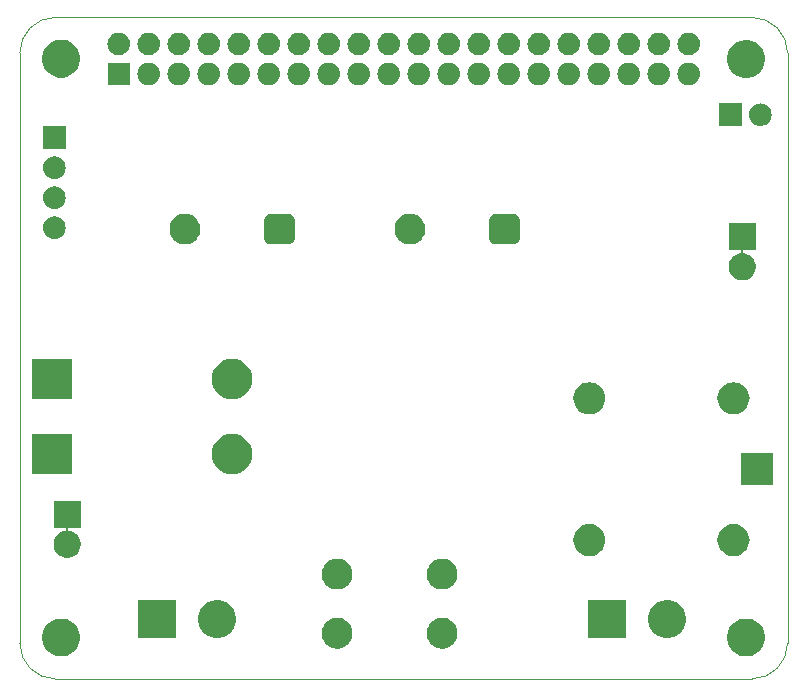
<source format=gbr>
%TF.GenerationSoftware,KiCad,Pcbnew,5.1.4-e60b266~84~ubuntu18.04.1*%
%TF.CreationDate,2019-11-04T19:33:46+01:00*%
%TF.ProjectId,FHSHat,46485348-6174-42e6-9b69-6361645f7063,rev?*%
%TF.SameCoordinates,Original*%
%TF.FileFunction,Soldermask,Bot*%
%TF.FilePolarity,Negative*%
%FSLAX46Y46*%
G04 Gerber Fmt 4.6, Leading zero omitted, Abs format (unit mm)*
G04 Created by KiCad (PCBNEW 5.1.4-e60b266~84~ubuntu18.04.1) date 2019-11-04 19:33:46*
%MOMM*%
%LPD*%
G04 APERTURE LIST*
%ADD10C,0.100000*%
%ADD11C,0.150000*%
G04 APERTURE END LIST*
D10*
X78546356Y-63817611D02*
X78546356Y-113817611D01*
X78546356Y-63817611D02*
G75*
G02X81546356Y-60817611I3000000J0D01*
G01*
X140546356Y-60817611D02*
X81546356Y-60817611D01*
X140546356Y-60817611D02*
G75*
G02X143546356Y-63817611I0J-3000000D01*
G01*
X143546356Y-113817611D02*
X143546356Y-63817611D01*
X81546356Y-116817611D02*
G75*
G02X78546356Y-113817611I0J3000000D01*
G01*
X81546356Y-116817611D02*
X140546356Y-116817611D01*
X143546351Y-113822847D02*
G75*
G02X140546356Y-116817611I-2999995J5236D01*
G01*
D11*
G36*
X82506703Y-111781486D02*
G01*
X82797883Y-111902097D01*
X83059940Y-112077198D01*
X83282802Y-112300060D01*
X83457903Y-112562117D01*
X83578514Y-112853297D01*
X83640000Y-113162412D01*
X83640000Y-113477588D01*
X83578514Y-113786703D01*
X83457903Y-114077883D01*
X83282802Y-114339940D01*
X83059940Y-114562802D01*
X82797883Y-114737903D01*
X82506703Y-114858514D01*
X82197588Y-114920000D01*
X81882412Y-114920000D01*
X81573297Y-114858514D01*
X81282117Y-114737903D01*
X81020060Y-114562802D01*
X80797198Y-114339940D01*
X80622097Y-114077883D01*
X80501486Y-113786703D01*
X80440000Y-113477588D01*
X80440000Y-113162412D01*
X80501486Y-112853297D01*
X80622097Y-112562117D01*
X80797198Y-112300060D01*
X81020060Y-112077198D01*
X81282117Y-111902097D01*
X81573297Y-111781486D01*
X81882412Y-111720000D01*
X82197588Y-111720000D01*
X82506703Y-111781486D01*
X82506703Y-111781486D01*
G37*
G36*
X140496703Y-111771486D02*
G01*
X140787883Y-111892097D01*
X141049940Y-112067198D01*
X141272802Y-112290060D01*
X141447903Y-112552117D01*
X141568514Y-112843297D01*
X141630000Y-113152412D01*
X141630000Y-113467588D01*
X141568514Y-113776703D01*
X141447903Y-114067883D01*
X141272802Y-114329940D01*
X141049940Y-114552802D01*
X140787883Y-114727903D01*
X140496703Y-114848514D01*
X140187588Y-114910000D01*
X139872412Y-114910000D01*
X139563297Y-114848514D01*
X139272117Y-114727903D01*
X139010060Y-114552802D01*
X138787198Y-114329940D01*
X138612097Y-114067883D01*
X138491486Y-113776703D01*
X138430000Y-113467588D01*
X138430000Y-113152412D01*
X138491486Y-112843297D01*
X138612097Y-112552117D01*
X138787198Y-112290060D01*
X139010060Y-112067198D01*
X139272117Y-111892097D01*
X139563297Y-111771486D01*
X139872412Y-111710000D01*
X140187588Y-111710000D01*
X140496703Y-111771486D01*
X140496703Y-111771486D01*
G37*
G36*
X114553617Y-111674979D02*
G01*
X114679196Y-111699958D01*
X114846486Y-111769252D01*
X114876022Y-111781486D01*
X114915781Y-111797955D01*
X115128702Y-111940224D01*
X115309776Y-112121298D01*
X115452045Y-112334219D01*
X115550042Y-112570804D01*
X115600000Y-112821961D01*
X115600000Y-113078039D01*
X115550042Y-113329196D01*
X115452045Y-113565781D01*
X115309776Y-113778702D01*
X115128702Y-113959776D01*
X114915781Y-114102045D01*
X114679196Y-114200042D01*
X114553617Y-114225021D01*
X114428040Y-114250000D01*
X114171960Y-114250000D01*
X114046383Y-114225021D01*
X113920804Y-114200042D01*
X113684219Y-114102045D01*
X113471298Y-113959776D01*
X113290224Y-113778702D01*
X113147955Y-113565781D01*
X113049958Y-113329196D01*
X113000000Y-113078039D01*
X113000000Y-112821961D01*
X113049958Y-112570804D01*
X113147955Y-112334219D01*
X113290224Y-112121298D01*
X113471298Y-111940224D01*
X113684219Y-111797955D01*
X113723979Y-111781486D01*
X113753514Y-111769252D01*
X113920804Y-111699958D01*
X114046383Y-111674979D01*
X114171960Y-111650000D01*
X114428040Y-111650000D01*
X114553617Y-111674979D01*
X114553617Y-111674979D01*
G37*
G36*
X105663617Y-111674979D02*
G01*
X105789196Y-111699958D01*
X105956486Y-111769252D01*
X105986022Y-111781486D01*
X106025781Y-111797955D01*
X106238702Y-111940224D01*
X106419776Y-112121298D01*
X106562045Y-112334219D01*
X106660042Y-112570804D01*
X106710000Y-112821961D01*
X106710000Y-113078039D01*
X106660042Y-113329196D01*
X106562045Y-113565781D01*
X106419776Y-113778702D01*
X106238702Y-113959776D01*
X106025781Y-114102045D01*
X105789196Y-114200042D01*
X105663617Y-114225021D01*
X105538040Y-114250000D01*
X105281960Y-114250000D01*
X105156383Y-114225021D01*
X105030804Y-114200042D01*
X104794219Y-114102045D01*
X104581298Y-113959776D01*
X104400224Y-113778702D01*
X104257955Y-113565781D01*
X104159958Y-113329196D01*
X104110000Y-113078039D01*
X104110000Y-112821961D01*
X104159958Y-112570804D01*
X104257955Y-112334219D01*
X104400224Y-112121298D01*
X104581298Y-111940224D01*
X104794219Y-111797955D01*
X104833979Y-111781486D01*
X104863514Y-111769252D01*
X105030804Y-111699958D01*
X105156383Y-111674979D01*
X105281960Y-111650000D01*
X105538040Y-111650000D01*
X105663617Y-111674979D01*
X105663617Y-111674979D01*
G37*
G36*
X133816703Y-110221486D02*
G01*
X134107883Y-110342097D01*
X134369940Y-110517198D01*
X134592802Y-110740060D01*
X134767903Y-111002117D01*
X134888514Y-111293297D01*
X134950000Y-111602412D01*
X134950000Y-111917588D01*
X134888514Y-112226703D01*
X134767903Y-112517883D01*
X134592802Y-112779940D01*
X134369940Y-113002802D01*
X134107883Y-113177903D01*
X133816703Y-113298514D01*
X133507588Y-113360000D01*
X133192412Y-113360000D01*
X132883297Y-113298514D01*
X132592117Y-113177903D01*
X132330060Y-113002802D01*
X132107198Y-112779940D01*
X131932097Y-112517883D01*
X131811486Y-112226703D01*
X131750000Y-111917588D01*
X131750000Y-111602412D01*
X131811486Y-111293297D01*
X131932097Y-111002117D01*
X132107198Y-110740060D01*
X132330060Y-110517198D01*
X132592117Y-110342097D01*
X132883297Y-110221486D01*
X133192412Y-110160000D01*
X133507588Y-110160000D01*
X133816703Y-110221486D01*
X133816703Y-110221486D01*
G37*
G36*
X129870000Y-113360000D02*
G01*
X126670000Y-113360000D01*
X126670000Y-110160000D01*
X129870000Y-110160000D01*
X129870000Y-113360000D01*
X129870000Y-113360000D01*
G37*
G36*
X95716703Y-110221486D02*
G01*
X96007883Y-110342097D01*
X96269940Y-110517198D01*
X96492802Y-110740060D01*
X96667903Y-111002117D01*
X96788514Y-111293297D01*
X96850000Y-111602412D01*
X96850000Y-111917588D01*
X96788514Y-112226703D01*
X96667903Y-112517883D01*
X96492802Y-112779940D01*
X96269940Y-113002802D01*
X96007883Y-113177903D01*
X95716703Y-113298514D01*
X95407588Y-113360000D01*
X95092412Y-113360000D01*
X94783297Y-113298514D01*
X94492117Y-113177903D01*
X94230060Y-113002802D01*
X94007198Y-112779940D01*
X93832097Y-112517883D01*
X93711486Y-112226703D01*
X93650000Y-111917588D01*
X93650000Y-111602412D01*
X93711486Y-111293297D01*
X93832097Y-111002117D01*
X94007198Y-110740060D01*
X94230060Y-110517198D01*
X94492117Y-110342097D01*
X94783297Y-110221486D01*
X95092412Y-110160000D01*
X95407588Y-110160000D01*
X95716703Y-110221486D01*
X95716703Y-110221486D01*
G37*
G36*
X91770000Y-113360000D02*
G01*
X88570000Y-113360000D01*
X88570000Y-110160000D01*
X91770000Y-110160000D01*
X91770000Y-113360000D01*
X91770000Y-113360000D01*
G37*
G36*
X114679196Y-106699958D02*
G01*
X114915781Y-106797955D01*
X115128702Y-106940224D01*
X115309776Y-107121298D01*
X115452045Y-107334219D01*
X115550042Y-107570804D01*
X115600000Y-107821961D01*
X115600000Y-108078039D01*
X115550042Y-108329196D01*
X115452045Y-108565781D01*
X115309776Y-108778702D01*
X115128702Y-108959776D01*
X114915781Y-109102045D01*
X114679196Y-109200042D01*
X114428040Y-109250000D01*
X114171960Y-109250000D01*
X113920804Y-109200042D01*
X113684219Y-109102045D01*
X113471298Y-108959776D01*
X113290224Y-108778702D01*
X113147955Y-108565781D01*
X113049958Y-108329196D01*
X113000000Y-108078039D01*
X113000000Y-107821961D01*
X113049958Y-107570804D01*
X113147955Y-107334219D01*
X113290224Y-107121298D01*
X113471298Y-106940224D01*
X113684219Y-106797955D01*
X113920804Y-106699958D01*
X114171960Y-106650000D01*
X114428040Y-106650000D01*
X114679196Y-106699958D01*
X114679196Y-106699958D01*
G37*
G36*
X105789196Y-106699958D02*
G01*
X106025781Y-106797955D01*
X106238702Y-106940224D01*
X106419776Y-107121298D01*
X106562045Y-107334219D01*
X106660042Y-107570804D01*
X106710000Y-107821961D01*
X106710000Y-108078039D01*
X106660042Y-108329196D01*
X106562045Y-108565781D01*
X106419776Y-108778702D01*
X106238702Y-108959776D01*
X106025781Y-109102045D01*
X105789196Y-109200042D01*
X105538040Y-109250000D01*
X105281960Y-109250000D01*
X105030804Y-109200042D01*
X104794219Y-109102045D01*
X104581298Y-108959776D01*
X104400224Y-108778702D01*
X104257955Y-108565781D01*
X104159958Y-108329196D01*
X104110000Y-108078039D01*
X104110000Y-107821961D01*
X104159958Y-107570804D01*
X104257955Y-107334219D01*
X104400224Y-107121298D01*
X104581298Y-106940224D01*
X104794219Y-106797955D01*
X105030804Y-106699958D01*
X105281960Y-106650000D01*
X105538040Y-106650000D01*
X105789196Y-106699958D01*
X105789196Y-106699958D01*
G37*
G36*
X83700000Y-104020000D02*
G01*
X82725839Y-104020000D01*
X82701453Y-104022402D01*
X82678004Y-104029515D01*
X82656393Y-104041066D01*
X82637451Y-104056611D01*
X82621906Y-104075553D01*
X82610355Y-104097164D01*
X82603242Y-104120613D01*
X82600840Y-104144999D01*
X82603242Y-104169385D01*
X82610355Y-104192834D01*
X82621906Y-104214445D01*
X82637451Y-104233387D01*
X82656393Y-104248932D01*
X82678004Y-104260483D01*
X82701454Y-104267596D01*
X82885443Y-104304194D01*
X83094729Y-104390884D01*
X83283082Y-104516737D01*
X83443263Y-104676918D01*
X83569116Y-104865271D01*
X83655806Y-105074557D01*
X83700000Y-105296735D01*
X83700000Y-105523265D01*
X83655806Y-105745443D01*
X83569116Y-105954729D01*
X83443263Y-106143082D01*
X83283082Y-106303263D01*
X83094729Y-106429116D01*
X82885443Y-106515806D01*
X82737324Y-106545269D01*
X82663266Y-106560000D01*
X82436734Y-106560000D01*
X82362676Y-106545269D01*
X82214557Y-106515806D01*
X82005271Y-106429116D01*
X81816918Y-106303263D01*
X81656737Y-106143082D01*
X81530884Y-105954729D01*
X81444194Y-105745443D01*
X81400000Y-105523265D01*
X81400000Y-105296735D01*
X81444194Y-105074557D01*
X81530884Y-104865271D01*
X81656737Y-104676918D01*
X81816918Y-104516737D01*
X82005271Y-104390884D01*
X82214557Y-104304194D01*
X82398546Y-104267596D01*
X82421996Y-104260483D01*
X82443607Y-104248932D01*
X82462549Y-104233386D01*
X82478094Y-104214444D01*
X82489645Y-104192834D01*
X82496758Y-104169385D01*
X82499160Y-104144999D01*
X82496758Y-104120613D01*
X82489645Y-104097164D01*
X82478094Y-104075553D01*
X82462548Y-104056611D01*
X82443606Y-104041066D01*
X82421996Y-104029515D01*
X82398547Y-104022402D01*
X82374161Y-104020000D01*
X81400000Y-104020000D01*
X81400000Y-101720000D01*
X83700000Y-101720000D01*
X83700000Y-104020000D01*
X83700000Y-104020000D01*
G37*
G36*
X127034646Y-103729533D02*
G01*
X127289122Y-103806728D01*
X127523649Y-103932085D01*
X127729213Y-104100787D01*
X127897915Y-104306351D01*
X128023272Y-104540878D01*
X128100467Y-104795354D01*
X128126532Y-105060000D01*
X128100467Y-105324646D01*
X128023272Y-105579122D01*
X127897915Y-105813649D01*
X127729213Y-106019213D01*
X127523649Y-106187915D01*
X127289122Y-106313272D01*
X127034646Y-106390467D01*
X126836321Y-106410000D01*
X126703679Y-106410000D01*
X126505354Y-106390467D01*
X126250878Y-106313272D01*
X126016351Y-106187915D01*
X125810787Y-106019213D01*
X125642085Y-105813649D01*
X125516728Y-105579122D01*
X125439533Y-105324646D01*
X125413468Y-105060000D01*
X125439533Y-104795354D01*
X125516728Y-104540878D01*
X125642085Y-104306351D01*
X125810787Y-104100787D01*
X126016351Y-103932085D01*
X126250878Y-103806728D01*
X126505354Y-103729533D01*
X126703679Y-103710000D01*
X126836321Y-103710000D01*
X127034646Y-103729533D01*
X127034646Y-103729533D01*
G37*
G36*
X139234646Y-103729533D02*
G01*
X139489122Y-103806728D01*
X139723649Y-103932085D01*
X139929213Y-104100787D01*
X140097915Y-104306351D01*
X140223272Y-104540878D01*
X140300467Y-104795354D01*
X140326532Y-105060000D01*
X140300467Y-105324646D01*
X140223272Y-105579122D01*
X140097915Y-105813649D01*
X139929213Y-106019213D01*
X139723649Y-106187915D01*
X139489122Y-106313272D01*
X139234646Y-106390467D01*
X139036321Y-106410000D01*
X138903679Y-106410000D01*
X138705354Y-106390467D01*
X138450878Y-106313272D01*
X138216351Y-106187915D01*
X138010787Y-106019213D01*
X137842085Y-105813649D01*
X137716728Y-105579122D01*
X137639533Y-105324646D01*
X137613468Y-105060000D01*
X137639533Y-104795354D01*
X137716728Y-104540878D01*
X137842085Y-104306351D01*
X138010787Y-104100787D01*
X138216351Y-103932085D01*
X138450878Y-103806728D01*
X138705354Y-103729533D01*
X138903679Y-103710000D01*
X139036321Y-103710000D01*
X139234646Y-103729533D01*
X139234646Y-103729533D01*
G37*
G36*
X142320000Y-100410000D02*
G01*
X139620000Y-100410000D01*
X139620000Y-97710000D01*
X142320000Y-97710000D01*
X142320000Y-100410000D01*
X142320000Y-100410000D01*
G37*
G36*
X96686759Y-96098199D02*
G01*
X96853258Y-96114598D01*
X97173709Y-96211806D01*
X97173712Y-96211807D01*
X97469035Y-96369660D01*
X97727897Y-96582103D01*
X97940340Y-96840965D01*
X98098193Y-97136288D01*
X98098194Y-97136291D01*
X98195402Y-97456742D01*
X98228225Y-97790000D01*
X98195402Y-98123258D01*
X98098194Y-98443709D01*
X98098193Y-98443712D01*
X97940340Y-98739035D01*
X97727897Y-98997897D01*
X97469035Y-99210340D01*
X97173712Y-99368193D01*
X97173709Y-99368194D01*
X96853258Y-99465402D01*
X96686759Y-99481801D01*
X96603511Y-99490000D01*
X96436489Y-99490000D01*
X96353241Y-99481801D01*
X96186742Y-99465402D01*
X95866291Y-99368194D01*
X95866288Y-99368193D01*
X95570965Y-99210340D01*
X95312103Y-98997897D01*
X95099660Y-98739035D01*
X94941807Y-98443712D01*
X94941806Y-98443709D01*
X94844598Y-98123258D01*
X94811775Y-97790000D01*
X94844598Y-97456742D01*
X94941806Y-97136291D01*
X94941807Y-97136288D01*
X95099660Y-96840965D01*
X95312103Y-96582103D01*
X95570965Y-96369660D01*
X95866288Y-96211807D01*
X95866291Y-96211806D01*
X96186742Y-96114598D01*
X96353241Y-96098199D01*
X96436489Y-96090000D01*
X96603511Y-96090000D01*
X96686759Y-96098199D01*
X96686759Y-96098199D01*
G37*
G36*
X82980000Y-99490000D02*
G01*
X79580000Y-99490000D01*
X79580000Y-96090000D01*
X82980000Y-96090000D01*
X82980000Y-99490000D01*
X82980000Y-99490000D01*
G37*
G36*
X127034646Y-91729533D02*
G01*
X127289122Y-91806728D01*
X127523649Y-91932085D01*
X127729213Y-92100787D01*
X127897915Y-92306351D01*
X128023272Y-92540878D01*
X128100467Y-92795354D01*
X128126532Y-93060000D01*
X128100467Y-93324646D01*
X128023272Y-93579122D01*
X127897915Y-93813649D01*
X127729213Y-94019213D01*
X127523649Y-94187915D01*
X127289122Y-94313272D01*
X127034646Y-94390467D01*
X126836321Y-94410000D01*
X126703679Y-94410000D01*
X126505354Y-94390467D01*
X126250878Y-94313272D01*
X126016351Y-94187915D01*
X125810787Y-94019213D01*
X125642085Y-93813649D01*
X125516728Y-93579122D01*
X125439533Y-93324646D01*
X125413468Y-93060000D01*
X125439533Y-92795354D01*
X125516728Y-92540878D01*
X125642085Y-92306351D01*
X125810787Y-92100787D01*
X126016351Y-91932085D01*
X126250878Y-91806728D01*
X126505354Y-91729533D01*
X126703679Y-91710000D01*
X126836321Y-91710000D01*
X127034646Y-91729533D01*
X127034646Y-91729533D01*
G37*
G36*
X139234646Y-91729533D02*
G01*
X139489122Y-91806728D01*
X139723649Y-91932085D01*
X139929213Y-92100787D01*
X140097915Y-92306351D01*
X140223272Y-92540878D01*
X140300467Y-92795354D01*
X140326532Y-93060000D01*
X140300467Y-93324646D01*
X140223272Y-93579122D01*
X140097915Y-93813649D01*
X139929213Y-94019213D01*
X139723649Y-94187915D01*
X139489122Y-94313272D01*
X139234646Y-94390467D01*
X139036321Y-94410000D01*
X138903679Y-94410000D01*
X138705354Y-94390467D01*
X138450878Y-94313272D01*
X138216351Y-94187915D01*
X138010787Y-94019213D01*
X137842085Y-93813649D01*
X137716728Y-93579122D01*
X137639533Y-93324646D01*
X137613468Y-93060000D01*
X137639533Y-92795354D01*
X137716728Y-92540878D01*
X137842085Y-92306351D01*
X138010787Y-92100787D01*
X138216351Y-91932085D01*
X138450878Y-91806728D01*
X138705354Y-91729533D01*
X138903679Y-91710000D01*
X139036321Y-91710000D01*
X139234646Y-91729533D01*
X139234646Y-91729533D01*
G37*
G36*
X96686759Y-89748199D02*
G01*
X96853258Y-89764598D01*
X97173709Y-89861806D01*
X97173712Y-89861807D01*
X97469035Y-90019660D01*
X97727897Y-90232103D01*
X97940340Y-90490965D01*
X98098193Y-90786288D01*
X98098194Y-90786291D01*
X98195402Y-91106742D01*
X98228225Y-91440000D01*
X98195402Y-91773258D01*
X98185248Y-91806730D01*
X98098193Y-92093712D01*
X97940340Y-92389035D01*
X97940338Y-92389038D01*
X97940337Y-92389039D01*
X97727897Y-92647897D01*
X97469035Y-92860340D01*
X97173712Y-93018193D01*
X97173709Y-93018194D01*
X96853258Y-93115402D01*
X96686759Y-93131801D01*
X96603511Y-93140000D01*
X96436489Y-93140000D01*
X96353241Y-93131801D01*
X96186742Y-93115402D01*
X95866291Y-93018194D01*
X95866288Y-93018193D01*
X95570965Y-92860340D01*
X95312103Y-92647897D01*
X95099663Y-92389039D01*
X95099662Y-92389038D01*
X95099660Y-92389035D01*
X94941807Y-92093712D01*
X94854752Y-91806730D01*
X94844598Y-91773258D01*
X94811775Y-91440000D01*
X94844598Y-91106742D01*
X94941806Y-90786291D01*
X94941807Y-90786288D01*
X95099660Y-90490965D01*
X95312103Y-90232103D01*
X95570965Y-90019660D01*
X95866288Y-89861807D01*
X95866291Y-89861806D01*
X96186742Y-89764598D01*
X96353241Y-89748199D01*
X96436489Y-89740000D01*
X96603511Y-89740000D01*
X96686759Y-89748199D01*
X96686759Y-89748199D01*
G37*
G36*
X82980000Y-93140000D02*
G01*
X79580000Y-93140000D01*
X79580000Y-89740000D01*
X82980000Y-89740000D01*
X82980000Y-93140000D01*
X82980000Y-93140000D01*
G37*
G36*
X140850000Y-80525000D02*
G01*
X139875839Y-80525000D01*
X139851453Y-80527402D01*
X139828004Y-80534515D01*
X139806393Y-80546066D01*
X139787451Y-80561611D01*
X139771906Y-80580553D01*
X139760355Y-80602164D01*
X139753242Y-80625613D01*
X139750840Y-80649999D01*
X139753242Y-80674385D01*
X139760355Y-80697834D01*
X139771906Y-80719445D01*
X139787451Y-80738387D01*
X139806393Y-80753932D01*
X139828004Y-80765483D01*
X139851454Y-80772596D01*
X140035443Y-80809194D01*
X140244729Y-80895884D01*
X140433082Y-81021737D01*
X140593263Y-81181918D01*
X140719116Y-81370271D01*
X140805806Y-81579557D01*
X140850000Y-81801735D01*
X140850000Y-82028265D01*
X140805806Y-82250443D01*
X140719116Y-82459729D01*
X140593263Y-82648082D01*
X140433082Y-82808263D01*
X140244729Y-82934116D01*
X140035443Y-83020806D01*
X139887324Y-83050269D01*
X139813266Y-83065000D01*
X139586734Y-83065000D01*
X139512676Y-83050269D01*
X139364557Y-83020806D01*
X139155271Y-82934116D01*
X138966918Y-82808263D01*
X138806737Y-82648082D01*
X138680884Y-82459729D01*
X138594194Y-82250443D01*
X138550000Y-82028265D01*
X138550000Y-81801735D01*
X138594194Y-81579557D01*
X138680884Y-81370271D01*
X138806737Y-81181918D01*
X138966918Y-81021737D01*
X139155271Y-80895884D01*
X139364557Y-80809194D01*
X139548546Y-80772596D01*
X139571996Y-80765483D01*
X139593607Y-80753932D01*
X139612549Y-80738386D01*
X139628094Y-80719444D01*
X139639645Y-80697834D01*
X139646758Y-80674385D01*
X139649160Y-80649999D01*
X139646758Y-80625613D01*
X139639645Y-80602164D01*
X139628094Y-80580553D01*
X139612548Y-80561611D01*
X139593606Y-80546066D01*
X139571996Y-80534515D01*
X139548547Y-80527402D01*
X139524161Y-80525000D01*
X138550000Y-80525000D01*
X138550000Y-78225000D01*
X140850000Y-78225000D01*
X140850000Y-80525000D01*
X140850000Y-80525000D01*
G37*
G36*
X101346999Y-77451881D02*
G01*
X101457095Y-77485279D01*
X101558560Y-77539514D01*
X101647498Y-77612502D01*
X101720486Y-77701440D01*
X101774721Y-77802905D01*
X101808119Y-77913001D01*
X101820000Y-78033640D01*
X101820000Y-79446360D01*
X101808119Y-79566999D01*
X101774721Y-79677095D01*
X101720486Y-79778560D01*
X101647498Y-79867498D01*
X101558560Y-79940486D01*
X101457095Y-79994721D01*
X101346999Y-80028119D01*
X101226360Y-80040000D01*
X99813640Y-80040000D01*
X99693001Y-80028119D01*
X99582905Y-79994721D01*
X99481440Y-79940486D01*
X99392502Y-79867498D01*
X99319514Y-79778560D01*
X99265279Y-79677095D01*
X99231881Y-79566999D01*
X99220000Y-79446360D01*
X99220000Y-78033640D01*
X99231881Y-77913001D01*
X99265279Y-77802905D01*
X99319514Y-77701440D01*
X99392502Y-77612502D01*
X99481440Y-77539514D01*
X99582905Y-77485279D01*
X99693001Y-77451881D01*
X99813640Y-77440000D01*
X101226360Y-77440000D01*
X101346999Y-77451881D01*
X101346999Y-77451881D01*
G37*
G36*
X111760831Y-77452490D02*
G01*
X111949196Y-77489958D01*
X112185781Y-77587955D01*
X112398702Y-77730224D01*
X112579776Y-77911298D01*
X112722045Y-78124219D01*
X112820042Y-78360804D01*
X112870000Y-78611961D01*
X112870000Y-78868039D01*
X112820042Y-79119196D01*
X112722045Y-79355781D01*
X112579776Y-79568702D01*
X112398702Y-79749776D01*
X112185781Y-79892045D01*
X111949196Y-79990042D01*
X111698040Y-80040000D01*
X111441960Y-80040000D01*
X111190804Y-79990042D01*
X110954219Y-79892045D01*
X110741298Y-79749776D01*
X110560224Y-79568702D01*
X110417955Y-79355781D01*
X110319958Y-79119196D01*
X110270000Y-78868039D01*
X110270000Y-78611961D01*
X110319958Y-78360804D01*
X110417955Y-78124219D01*
X110560224Y-77911298D01*
X110741298Y-77730224D01*
X110954219Y-77587955D01*
X111190804Y-77489958D01*
X111379169Y-77452490D01*
X111441960Y-77440000D01*
X111698040Y-77440000D01*
X111760831Y-77452490D01*
X111760831Y-77452490D01*
G37*
G36*
X92710831Y-77452490D02*
G01*
X92899196Y-77489958D01*
X93135781Y-77587955D01*
X93348702Y-77730224D01*
X93529776Y-77911298D01*
X93672045Y-78124219D01*
X93770042Y-78360804D01*
X93820000Y-78611961D01*
X93820000Y-78868039D01*
X93770042Y-79119196D01*
X93672045Y-79355781D01*
X93529776Y-79568702D01*
X93348702Y-79749776D01*
X93135781Y-79892045D01*
X92899196Y-79990042D01*
X92648040Y-80040000D01*
X92391960Y-80040000D01*
X92140804Y-79990042D01*
X91904219Y-79892045D01*
X91691298Y-79749776D01*
X91510224Y-79568702D01*
X91367955Y-79355781D01*
X91269958Y-79119196D01*
X91220000Y-78868039D01*
X91220000Y-78611961D01*
X91269958Y-78360804D01*
X91367955Y-78124219D01*
X91510224Y-77911298D01*
X91691298Y-77730224D01*
X91904219Y-77587955D01*
X92140804Y-77489958D01*
X92329169Y-77452490D01*
X92391960Y-77440000D01*
X92648040Y-77440000D01*
X92710831Y-77452490D01*
X92710831Y-77452490D01*
G37*
G36*
X120396999Y-77451881D02*
G01*
X120507095Y-77485279D01*
X120608560Y-77539514D01*
X120697498Y-77612502D01*
X120770486Y-77701440D01*
X120824721Y-77802905D01*
X120858119Y-77913001D01*
X120870000Y-78033640D01*
X120870000Y-79446360D01*
X120858119Y-79566999D01*
X120824721Y-79677095D01*
X120770486Y-79778560D01*
X120697498Y-79867498D01*
X120608560Y-79940486D01*
X120507095Y-79994721D01*
X120396999Y-80028119D01*
X120276360Y-80040000D01*
X118863640Y-80040000D01*
X118743001Y-80028119D01*
X118632905Y-79994721D01*
X118531440Y-79940486D01*
X118442502Y-79867498D01*
X118369514Y-79778560D01*
X118315279Y-79677095D01*
X118281881Y-79566999D01*
X118270000Y-79446360D01*
X118270000Y-78033640D01*
X118281881Y-77913001D01*
X118315279Y-77802905D01*
X118369514Y-77701440D01*
X118442502Y-77612502D01*
X118531440Y-77539514D01*
X118632905Y-77485279D01*
X118743001Y-77451881D01*
X118863640Y-77440000D01*
X120276360Y-77440000D01*
X120396999Y-77451881D01*
X120396999Y-77451881D01*
G37*
G36*
X81586948Y-77669873D02*
G01*
X81656732Y-77676746D01*
X81738137Y-77701440D01*
X81835809Y-77731068D01*
X81924023Y-77778220D01*
X82000845Y-77819282D01*
X82000847Y-77819283D01*
X82000846Y-77819283D01*
X82145502Y-77937998D01*
X82264217Y-78082654D01*
X82352432Y-78247691D01*
X82406754Y-78426769D01*
X82425096Y-78613000D01*
X82406754Y-78799231D01*
X82352432Y-78978309D01*
X82264217Y-79143346D01*
X82145502Y-79288002D01*
X82021216Y-79390000D01*
X82000845Y-79406718D01*
X81926680Y-79446360D01*
X81835809Y-79494932D01*
X81763689Y-79516809D01*
X81656732Y-79549254D01*
X81586948Y-79556127D01*
X81517166Y-79563000D01*
X81423834Y-79563000D01*
X81354052Y-79556127D01*
X81284268Y-79549254D01*
X81177311Y-79516809D01*
X81105191Y-79494932D01*
X81014320Y-79446360D01*
X80940155Y-79406718D01*
X80919784Y-79390000D01*
X80795498Y-79288002D01*
X80676783Y-79143346D01*
X80588568Y-78978309D01*
X80534246Y-78799231D01*
X80515904Y-78613000D01*
X80534246Y-78426769D01*
X80588568Y-78247691D01*
X80676783Y-78082654D01*
X80795498Y-77937998D01*
X80940154Y-77819283D01*
X80940153Y-77819283D01*
X80940155Y-77819282D01*
X81016977Y-77778220D01*
X81105191Y-77731068D01*
X81202863Y-77701440D01*
X81284268Y-77676746D01*
X81354052Y-77669873D01*
X81423834Y-77663000D01*
X81517166Y-77663000D01*
X81586948Y-77669873D01*
X81586948Y-77669873D01*
G37*
G36*
X81586948Y-75129873D02*
G01*
X81656732Y-75136746D01*
X81746270Y-75163907D01*
X81835809Y-75191068D01*
X81924023Y-75238220D01*
X82000845Y-75279282D01*
X82000847Y-75279283D01*
X82000846Y-75279283D01*
X82145502Y-75397998D01*
X82264217Y-75542654D01*
X82352432Y-75707691D01*
X82406754Y-75886769D01*
X82425096Y-76073000D01*
X82406754Y-76259231D01*
X82352432Y-76438309D01*
X82264217Y-76603346D01*
X82145502Y-76748002D01*
X82013815Y-76856073D01*
X82000845Y-76866718D01*
X81924023Y-76907780D01*
X81835809Y-76954932D01*
X81746270Y-76982093D01*
X81656732Y-77009254D01*
X81517166Y-77023000D01*
X81423834Y-77023000D01*
X81284268Y-77009254D01*
X81194730Y-76982093D01*
X81105191Y-76954932D01*
X81016977Y-76907780D01*
X80940155Y-76866718D01*
X80927184Y-76856073D01*
X80795498Y-76748002D01*
X80676783Y-76603346D01*
X80588568Y-76438309D01*
X80534246Y-76259231D01*
X80515904Y-76073000D01*
X80534246Y-75886769D01*
X80588568Y-75707691D01*
X80676783Y-75542654D01*
X80795498Y-75397998D01*
X80940154Y-75279283D01*
X80940153Y-75279283D01*
X80940155Y-75279282D01*
X81016977Y-75238220D01*
X81105191Y-75191068D01*
X81194730Y-75163907D01*
X81284268Y-75136746D01*
X81354052Y-75129873D01*
X81423834Y-75123000D01*
X81517166Y-75123000D01*
X81586948Y-75129873D01*
X81586948Y-75129873D01*
G37*
G36*
X81586948Y-72589873D02*
G01*
X81656732Y-72596746D01*
X81746270Y-72623907D01*
X81835809Y-72651068D01*
X81924023Y-72698220D01*
X82000845Y-72739282D01*
X82000847Y-72739283D01*
X82000846Y-72739283D01*
X82145502Y-72857998D01*
X82264217Y-73002654D01*
X82352432Y-73167691D01*
X82406754Y-73346769D01*
X82425096Y-73533000D01*
X82406754Y-73719231D01*
X82352432Y-73898309D01*
X82264217Y-74063346D01*
X82145502Y-74208002D01*
X82013815Y-74316073D01*
X82000845Y-74326718D01*
X81924023Y-74367780D01*
X81835809Y-74414932D01*
X81746270Y-74442093D01*
X81656732Y-74469254D01*
X81517166Y-74483000D01*
X81423834Y-74483000D01*
X81284268Y-74469254D01*
X81194730Y-74442093D01*
X81105191Y-74414932D01*
X81016977Y-74367780D01*
X80940155Y-74326718D01*
X80927185Y-74316073D01*
X80795498Y-74208002D01*
X80676783Y-74063346D01*
X80588568Y-73898309D01*
X80534246Y-73719231D01*
X80515904Y-73533000D01*
X80534246Y-73346769D01*
X80588568Y-73167691D01*
X80676783Y-73002654D01*
X80795498Y-72857998D01*
X80940154Y-72739283D01*
X80940153Y-72739283D01*
X80940155Y-72739282D01*
X81016977Y-72698220D01*
X81105191Y-72651068D01*
X81194730Y-72623907D01*
X81284268Y-72596746D01*
X81354052Y-72589873D01*
X81423834Y-72583000D01*
X81517166Y-72583000D01*
X81586948Y-72589873D01*
X81586948Y-72589873D01*
G37*
G36*
X82420500Y-71943000D02*
G01*
X80520500Y-71943000D01*
X80520500Y-70043000D01*
X82420500Y-70043000D01*
X82420500Y-71943000D01*
X82420500Y-71943000D01*
G37*
G36*
X141356448Y-68106873D02*
G01*
X141426232Y-68113746D01*
X141515770Y-68140907D01*
X141605309Y-68168068D01*
X141693523Y-68215220D01*
X141770345Y-68256282D01*
X141770347Y-68256283D01*
X141770346Y-68256283D01*
X141915002Y-68374998D01*
X142033717Y-68519654D01*
X142121932Y-68684691D01*
X142176254Y-68863769D01*
X142194596Y-69050000D01*
X142176254Y-69236231D01*
X142121932Y-69415309D01*
X142033717Y-69580346D01*
X141915002Y-69725002D01*
X141783316Y-69833073D01*
X141770345Y-69843718D01*
X141693523Y-69884780D01*
X141605309Y-69931932D01*
X141515770Y-69959093D01*
X141426232Y-69986254D01*
X141356448Y-69993127D01*
X141286666Y-70000000D01*
X141193334Y-70000000D01*
X141123552Y-69993127D01*
X141053768Y-69986254D01*
X140964230Y-69959093D01*
X140874691Y-69931932D01*
X140786477Y-69884780D01*
X140709655Y-69843718D01*
X140696684Y-69833073D01*
X140564998Y-69725002D01*
X140446283Y-69580346D01*
X140358068Y-69415309D01*
X140303746Y-69236231D01*
X140285404Y-69050000D01*
X140303746Y-68863769D01*
X140358068Y-68684691D01*
X140446283Y-68519654D01*
X140564998Y-68374998D01*
X140709654Y-68256283D01*
X140709653Y-68256283D01*
X140709655Y-68256282D01*
X140786477Y-68215220D01*
X140874691Y-68168068D01*
X140964230Y-68140907D01*
X141053768Y-68113746D01*
X141123552Y-68106873D01*
X141193334Y-68100000D01*
X141286666Y-68100000D01*
X141356448Y-68106873D01*
X141356448Y-68106873D01*
G37*
G36*
X139650000Y-70000000D02*
G01*
X137750000Y-70000000D01*
X137750000Y-68100000D01*
X139650000Y-68100000D01*
X139650000Y-70000000D01*
X139650000Y-70000000D01*
G37*
G36*
X115046232Y-64653746D02*
G01*
X115135770Y-64680907D01*
X115225309Y-64708068D01*
X115313523Y-64755220D01*
X115390345Y-64796282D01*
X115390347Y-64796283D01*
X115390346Y-64796283D01*
X115535002Y-64914998D01*
X115643073Y-65046685D01*
X115653718Y-65059655D01*
X115694780Y-65136477D01*
X115741932Y-65224691D01*
X115741932Y-65224692D01*
X115796254Y-65403768D01*
X115814596Y-65590000D01*
X115796254Y-65776232D01*
X115769093Y-65865770D01*
X115741932Y-65955309D01*
X115653717Y-66120346D01*
X115535002Y-66265002D01*
X115403315Y-66373073D01*
X115390345Y-66383718D01*
X115313523Y-66424780D01*
X115225309Y-66471932D01*
X115135770Y-66499093D01*
X115046232Y-66526254D01*
X114906666Y-66540000D01*
X114813334Y-66540000D01*
X114673768Y-66526254D01*
X114584230Y-66499093D01*
X114494691Y-66471932D01*
X114406477Y-66424780D01*
X114329655Y-66383718D01*
X114316684Y-66373073D01*
X114184998Y-66265002D01*
X114066283Y-66120346D01*
X113978068Y-65955309D01*
X113950907Y-65865770D01*
X113923746Y-65776232D01*
X113905404Y-65590000D01*
X113923746Y-65403768D01*
X113978068Y-65224692D01*
X113978068Y-65224691D01*
X114025220Y-65136477D01*
X114066282Y-65059655D01*
X114076927Y-65046685D01*
X114184998Y-64914998D01*
X114329654Y-64796283D01*
X114329653Y-64796283D01*
X114329655Y-64796282D01*
X114406477Y-64755220D01*
X114494691Y-64708068D01*
X114584230Y-64680907D01*
X114673768Y-64653746D01*
X114813334Y-64640000D01*
X114906666Y-64640000D01*
X115046232Y-64653746D01*
X115046232Y-64653746D01*
G37*
G36*
X117586232Y-64653746D02*
G01*
X117675770Y-64680907D01*
X117765309Y-64708068D01*
X117853523Y-64755220D01*
X117930345Y-64796282D01*
X117930347Y-64796283D01*
X117930346Y-64796283D01*
X118075002Y-64914998D01*
X118183073Y-65046685D01*
X118193718Y-65059655D01*
X118234780Y-65136477D01*
X118281932Y-65224691D01*
X118281932Y-65224692D01*
X118336254Y-65403768D01*
X118354596Y-65590000D01*
X118336254Y-65776232D01*
X118309093Y-65865770D01*
X118281932Y-65955309D01*
X118193717Y-66120346D01*
X118075002Y-66265002D01*
X117943315Y-66373073D01*
X117930345Y-66383718D01*
X117853523Y-66424780D01*
X117765309Y-66471932D01*
X117675770Y-66499093D01*
X117586232Y-66526254D01*
X117446666Y-66540000D01*
X117353334Y-66540000D01*
X117213768Y-66526254D01*
X117124230Y-66499093D01*
X117034691Y-66471932D01*
X116946477Y-66424780D01*
X116869655Y-66383718D01*
X116856684Y-66373073D01*
X116724998Y-66265002D01*
X116606283Y-66120346D01*
X116518068Y-65955309D01*
X116490907Y-65865770D01*
X116463746Y-65776232D01*
X116445404Y-65590000D01*
X116463746Y-65403768D01*
X116518068Y-65224692D01*
X116518068Y-65224691D01*
X116565220Y-65136477D01*
X116606282Y-65059655D01*
X116616927Y-65046685D01*
X116724998Y-64914998D01*
X116869654Y-64796283D01*
X116869653Y-64796283D01*
X116869655Y-64796282D01*
X116946477Y-64755220D01*
X117034691Y-64708068D01*
X117124230Y-64680907D01*
X117213768Y-64653746D01*
X117353334Y-64640000D01*
X117446666Y-64640000D01*
X117586232Y-64653746D01*
X117586232Y-64653746D01*
G37*
G36*
X120126232Y-64653746D02*
G01*
X120215770Y-64680907D01*
X120305309Y-64708068D01*
X120393523Y-64755220D01*
X120470345Y-64796282D01*
X120470347Y-64796283D01*
X120470346Y-64796283D01*
X120615002Y-64914998D01*
X120723073Y-65046685D01*
X120733718Y-65059655D01*
X120774780Y-65136477D01*
X120821932Y-65224691D01*
X120821932Y-65224692D01*
X120876254Y-65403768D01*
X120894596Y-65590000D01*
X120876254Y-65776232D01*
X120849093Y-65865770D01*
X120821932Y-65955309D01*
X120733717Y-66120346D01*
X120615002Y-66265002D01*
X120483315Y-66373073D01*
X120470345Y-66383718D01*
X120393523Y-66424780D01*
X120305309Y-66471932D01*
X120215770Y-66499093D01*
X120126232Y-66526254D01*
X119986666Y-66540000D01*
X119893334Y-66540000D01*
X119753768Y-66526254D01*
X119664230Y-66499093D01*
X119574691Y-66471932D01*
X119486477Y-66424780D01*
X119409655Y-66383718D01*
X119396684Y-66373073D01*
X119264998Y-66265002D01*
X119146283Y-66120346D01*
X119058068Y-65955309D01*
X119030907Y-65865770D01*
X119003746Y-65776232D01*
X118985404Y-65590000D01*
X119003746Y-65403768D01*
X119058068Y-65224692D01*
X119058068Y-65224691D01*
X119105220Y-65136477D01*
X119146282Y-65059655D01*
X119156927Y-65046685D01*
X119264998Y-64914998D01*
X119409654Y-64796283D01*
X119409653Y-64796283D01*
X119409655Y-64796282D01*
X119486477Y-64755220D01*
X119574691Y-64708068D01*
X119664230Y-64680907D01*
X119753768Y-64653746D01*
X119893334Y-64640000D01*
X119986666Y-64640000D01*
X120126232Y-64653746D01*
X120126232Y-64653746D01*
G37*
G36*
X112506232Y-64653746D02*
G01*
X112595770Y-64680907D01*
X112685309Y-64708068D01*
X112773523Y-64755220D01*
X112850345Y-64796282D01*
X112850347Y-64796283D01*
X112850346Y-64796283D01*
X112995002Y-64914998D01*
X113103073Y-65046685D01*
X113113718Y-65059655D01*
X113154780Y-65136477D01*
X113201932Y-65224691D01*
X113201932Y-65224692D01*
X113256254Y-65403768D01*
X113274596Y-65590000D01*
X113256254Y-65776232D01*
X113229093Y-65865770D01*
X113201932Y-65955309D01*
X113113717Y-66120346D01*
X112995002Y-66265002D01*
X112863315Y-66373073D01*
X112850345Y-66383718D01*
X112773523Y-66424780D01*
X112685309Y-66471932D01*
X112595770Y-66499093D01*
X112506232Y-66526254D01*
X112366666Y-66540000D01*
X112273334Y-66540000D01*
X112133768Y-66526254D01*
X112044230Y-66499093D01*
X111954691Y-66471932D01*
X111866477Y-66424780D01*
X111789655Y-66383718D01*
X111776684Y-66373073D01*
X111644998Y-66265002D01*
X111526283Y-66120346D01*
X111438068Y-65955309D01*
X111410907Y-65865770D01*
X111383746Y-65776232D01*
X111365404Y-65590000D01*
X111383746Y-65403768D01*
X111438068Y-65224692D01*
X111438068Y-65224691D01*
X111485220Y-65136477D01*
X111526282Y-65059655D01*
X111536927Y-65046685D01*
X111644998Y-64914998D01*
X111789654Y-64796283D01*
X111789653Y-64796283D01*
X111789655Y-64796282D01*
X111866477Y-64755220D01*
X111954691Y-64708068D01*
X112044230Y-64680907D01*
X112133768Y-64653746D01*
X112273334Y-64640000D01*
X112366666Y-64640000D01*
X112506232Y-64653746D01*
X112506232Y-64653746D01*
G37*
G36*
X97266232Y-64653746D02*
G01*
X97355770Y-64680907D01*
X97445309Y-64708068D01*
X97533523Y-64755220D01*
X97610345Y-64796282D01*
X97610347Y-64796283D01*
X97610346Y-64796283D01*
X97755002Y-64914998D01*
X97863073Y-65046685D01*
X97873718Y-65059655D01*
X97914780Y-65136477D01*
X97961932Y-65224691D01*
X97961932Y-65224692D01*
X98016254Y-65403768D01*
X98034596Y-65590000D01*
X98016254Y-65776232D01*
X97989093Y-65865770D01*
X97961932Y-65955309D01*
X97873717Y-66120346D01*
X97755002Y-66265002D01*
X97623315Y-66373073D01*
X97610345Y-66383718D01*
X97533523Y-66424780D01*
X97445309Y-66471932D01*
X97355770Y-66499093D01*
X97266232Y-66526254D01*
X97126666Y-66540000D01*
X97033334Y-66540000D01*
X96893768Y-66526254D01*
X96804230Y-66499093D01*
X96714691Y-66471932D01*
X96626477Y-66424780D01*
X96549655Y-66383718D01*
X96536684Y-66373073D01*
X96404998Y-66265002D01*
X96286283Y-66120346D01*
X96198068Y-65955309D01*
X96170907Y-65865770D01*
X96143746Y-65776232D01*
X96125404Y-65590000D01*
X96143746Y-65403768D01*
X96198068Y-65224692D01*
X96198068Y-65224691D01*
X96245220Y-65136477D01*
X96286282Y-65059655D01*
X96296927Y-65046685D01*
X96404998Y-64914998D01*
X96549654Y-64796283D01*
X96549653Y-64796283D01*
X96549655Y-64796282D01*
X96626477Y-64755220D01*
X96714691Y-64708068D01*
X96804230Y-64680907D01*
X96893768Y-64653746D01*
X97033334Y-64640000D01*
X97126666Y-64640000D01*
X97266232Y-64653746D01*
X97266232Y-64653746D01*
G37*
G36*
X125206232Y-64653746D02*
G01*
X125295770Y-64680907D01*
X125385309Y-64708068D01*
X125473523Y-64755220D01*
X125550345Y-64796282D01*
X125550347Y-64796283D01*
X125550346Y-64796283D01*
X125695002Y-64914998D01*
X125803073Y-65046685D01*
X125813718Y-65059655D01*
X125854780Y-65136477D01*
X125901932Y-65224691D01*
X125901932Y-65224692D01*
X125956254Y-65403768D01*
X125974596Y-65590000D01*
X125956254Y-65776232D01*
X125929093Y-65865770D01*
X125901932Y-65955309D01*
X125813717Y-66120346D01*
X125695002Y-66265002D01*
X125563315Y-66373073D01*
X125550345Y-66383718D01*
X125473523Y-66424780D01*
X125385309Y-66471932D01*
X125295770Y-66499093D01*
X125206232Y-66526254D01*
X125066666Y-66540000D01*
X124973334Y-66540000D01*
X124833768Y-66526254D01*
X124744230Y-66499093D01*
X124654691Y-66471932D01*
X124566477Y-66424780D01*
X124489655Y-66383718D01*
X124476684Y-66373073D01*
X124344998Y-66265002D01*
X124226283Y-66120346D01*
X124138068Y-65955309D01*
X124110907Y-65865770D01*
X124083746Y-65776232D01*
X124065404Y-65590000D01*
X124083746Y-65403768D01*
X124138068Y-65224692D01*
X124138068Y-65224691D01*
X124185220Y-65136477D01*
X124226282Y-65059655D01*
X124236927Y-65046685D01*
X124344998Y-64914998D01*
X124489654Y-64796283D01*
X124489653Y-64796283D01*
X124489655Y-64796282D01*
X124566477Y-64755220D01*
X124654691Y-64708068D01*
X124744230Y-64680907D01*
X124833768Y-64653746D01*
X124973334Y-64640000D01*
X125066666Y-64640000D01*
X125206232Y-64653746D01*
X125206232Y-64653746D01*
G37*
G36*
X127746232Y-64653746D02*
G01*
X127835770Y-64680907D01*
X127925309Y-64708068D01*
X128013523Y-64755220D01*
X128090345Y-64796282D01*
X128090347Y-64796283D01*
X128090346Y-64796283D01*
X128235002Y-64914998D01*
X128343073Y-65046685D01*
X128353718Y-65059655D01*
X128394780Y-65136477D01*
X128441932Y-65224691D01*
X128441932Y-65224692D01*
X128496254Y-65403768D01*
X128514596Y-65590000D01*
X128496254Y-65776232D01*
X128469093Y-65865770D01*
X128441932Y-65955309D01*
X128353717Y-66120346D01*
X128235002Y-66265002D01*
X128103315Y-66373073D01*
X128090345Y-66383718D01*
X128013523Y-66424780D01*
X127925309Y-66471932D01*
X127835770Y-66499093D01*
X127746232Y-66526254D01*
X127606666Y-66540000D01*
X127513334Y-66540000D01*
X127373768Y-66526254D01*
X127284230Y-66499093D01*
X127194691Y-66471932D01*
X127106477Y-66424780D01*
X127029655Y-66383718D01*
X127016684Y-66373073D01*
X126884998Y-66265002D01*
X126766283Y-66120346D01*
X126678068Y-65955309D01*
X126650907Y-65865770D01*
X126623746Y-65776232D01*
X126605404Y-65590000D01*
X126623746Y-65403768D01*
X126678068Y-65224692D01*
X126678068Y-65224691D01*
X126725220Y-65136477D01*
X126766282Y-65059655D01*
X126776927Y-65046685D01*
X126884998Y-64914998D01*
X127029654Y-64796283D01*
X127029653Y-64796283D01*
X127029655Y-64796282D01*
X127106477Y-64755220D01*
X127194691Y-64708068D01*
X127284230Y-64680907D01*
X127373768Y-64653746D01*
X127513334Y-64640000D01*
X127606666Y-64640000D01*
X127746232Y-64653746D01*
X127746232Y-64653746D01*
G37*
G36*
X130286232Y-64653746D02*
G01*
X130375770Y-64680907D01*
X130465309Y-64708068D01*
X130553523Y-64755220D01*
X130630345Y-64796282D01*
X130630347Y-64796283D01*
X130630346Y-64796283D01*
X130775002Y-64914998D01*
X130883073Y-65046685D01*
X130893718Y-65059655D01*
X130934780Y-65136477D01*
X130981932Y-65224691D01*
X130981932Y-65224692D01*
X131036254Y-65403768D01*
X131054596Y-65590000D01*
X131036254Y-65776232D01*
X131009093Y-65865770D01*
X130981932Y-65955309D01*
X130893717Y-66120346D01*
X130775002Y-66265002D01*
X130643315Y-66373073D01*
X130630345Y-66383718D01*
X130553523Y-66424780D01*
X130465309Y-66471932D01*
X130375770Y-66499093D01*
X130286232Y-66526254D01*
X130146666Y-66540000D01*
X130053334Y-66540000D01*
X129913768Y-66526254D01*
X129824230Y-66499093D01*
X129734691Y-66471932D01*
X129646477Y-66424780D01*
X129569655Y-66383718D01*
X129556684Y-66373073D01*
X129424998Y-66265002D01*
X129306283Y-66120346D01*
X129218068Y-65955309D01*
X129190907Y-65865770D01*
X129163746Y-65776232D01*
X129145404Y-65590000D01*
X129163746Y-65403768D01*
X129218068Y-65224692D01*
X129218068Y-65224691D01*
X129265220Y-65136477D01*
X129306282Y-65059655D01*
X129316927Y-65046685D01*
X129424998Y-64914998D01*
X129569654Y-64796283D01*
X129569653Y-64796283D01*
X129569655Y-64796282D01*
X129646477Y-64755220D01*
X129734691Y-64708068D01*
X129824230Y-64680907D01*
X129913768Y-64653746D01*
X130053334Y-64640000D01*
X130146666Y-64640000D01*
X130286232Y-64653746D01*
X130286232Y-64653746D01*
G37*
G36*
X132826232Y-64653746D02*
G01*
X132915770Y-64680907D01*
X133005309Y-64708068D01*
X133093523Y-64755220D01*
X133170345Y-64796282D01*
X133170347Y-64796283D01*
X133170346Y-64796283D01*
X133315002Y-64914998D01*
X133423073Y-65046685D01*
X133433718Y-65059655D01*
X133474780Y-65136477D01*
X133521932Y-65224691D01*
X133521932Y-65224692D01*
X133576254Y-65403768D01*
X133594596Y-65590000D01*
X133576254Y-65776232D01*
X133549093Y-65865770D01*
X133521932Y-65955309D01*
X133433717Y-66120346D01*
X133315002Y-66265002D01*
X133183315Y-66373073D01*
X133170345Y-66383718D01*
X133093523Y-66424780D01*
X133005309Y-66471932D01*
X132915770Y-66499093D01*
X132826232Y-66526254D01*
X132686666Y-66540000D01*
X132593334Y-66540000D01*
X132453768Y-66526254D01*
X132364230Y-66499093D01*
X132274691Y-66471932D01*
X132186477Y-66424780D01*
X132109655Y-66383718D01*
X132096684Y-66373073D01*
X131964998Y-66265002D01*
X131846283Y-66120346D01*
X131758068Y-65955309D01*
X131730907Y-65865770D01*
X131703746Y-65776232D01*
X131685404Y-65590000D01*
X131703746Y-65403768D01*
X131758068Y-65224692D01*
X131758068Y-65224691D01*
X131805220Y-65136477D01*
X131846282Y-65059655D01*
X131856927Y-65046685D01*
X131964998Y-64914998D01*
X132109654Y-64796283D01*
X132109653Y-64796283D01*
X132109655Y-64796282D01*
X132186477Y-64755220D01*
X132274691Y-64708068D01*
X132364230Y-64680907D01*
X132453768Y-64653746D01*
X132593334Y-64640000D01*
X132686666Y-64640000D01*
X132826232Y-64653746D01*
X132826232Y-64653746D01*
G37*
G36*
X135366232Y-64653746D02*
G01*
X135455770Y-64680907D01*
X135545309Y-64708068D01*
X135633523Y-64755220D01*
X135710345Y-64796282D01*
X135710347Y-64796283D01*
X135710346Y-64796283D01*
X135855002Y-64914998D01*
X135963073Y-65046685D01*
X135973718Y-65059655D01*
X136014780Y-65136477D01*
X136061932Y-65224691D01*
X136061932Y-65224692D01*
X136116254Y-65403768D01*
X136134596Y-65590000D01*
X136116254Y-65776232D01*
X136089093Y-65865770D01*
X136061932Y-65955309D01*
X135973717Y-66120346D01*
X135855002Y-66265002D01*
X135723315Y-66373073D01*
X135710345Y-66383718D01*
X135633523Y-66424780D01*
X135545309Y-66471932D01*
X135455770Y-66499093D01*
X135366232Y-66526254D01*
X135226666Y-66540000D01*
X135133334Y-66540000D01*
X134993768Y-66526254D01*
X134904230Y-66499093D01*
X134814691Y-66471932D01*
X134726477Y-66424780D01*
X134649655Y-66383718D01*
X134636684Y-66373073D01*
X134504998Y-66265002D01*
X134386283Y-66120346D01*
X134298068Y-65955309D01*
X134270907Y-65865770D01*
X134243746Y-65776232D01*
X134225404Y-65590000D01*
X134243746Y-65403768D01*
X134298068Y-65224692D01*
X134298068Y-65224691D01*
X134345220Y-65136477D01*
X134386282Y-65059655D01*
X134396927Y-65046685D01*
X134504998Y-64914998D01*
X134649654Y-64796283D01*
X134649653Y-64796283D01*
X134649655Y-64796282D01*
X134726477Y-64755220D01*
X134814691Y-64708068D01*
X134904230Y-64680907D01*
X134993768Y-64653746D01*
X135133334Y-64640000D01*
X135226666Y-64640000D01*
X135366232Y-64653746D01*
X135366232Y-64653746D01*
G37*
G36*
X107426232Y-64653746D02*
G01*
X107515770Y-64680907D01*
X107605309Y-64708068D01*
X107693523Y-64755220D01*
X107770345Y-64796282D01*
X107770347Y-64796283D01*
X107770346Y-64796283D01*
X107915002Y-64914998D01*
X108023073Y-65046685D01*
X108033718Y-65059655D01*
X108074780Y-65136477D01*
X108121932Y-65224691D01*
X108121932Y-65224692D01*
X108176254Y-65403768D01*
X108194596Y-65590000D01*
X108176254Y-65776232D01*
X108149093Y-65865770D01*
X108121932Y-65955309D01*
X108033717Y-66120346D01*
X107915002Y-66265002D01*
X107783315Y-66373073D01*
X107770345Y-66383718D01*
X107693523Y-66424780D01*
X107605309Y-66471932D01*
X107515770Y-66499093D01*
X107426232Y-66526254D01*
X107286666Y-66540000D01*
X107193334Y-66540000D01*
X107053768Y-66526254D01*
X106964230Y-66499093D01*
X106874691Y-66471932D01*
X106786477Y-66424780D01*
X106709655Y-66383718D01*
X106696684Y-66373073D01*
X106564998Y-66265002D01*
X106446283Y-66120346D01*
X106358068Y-65955309D01*
X106330907Y-65865770D01*
X106303746Y-65776232D01*
X106285404Y-65590000D01*
X106303746Y-65403768D01*
X106358068Y-65224692D01*
X106358068Y-65224691D01*
X106405220Y-65136477D01*
X106446282Y-65059655D01*
X106456927Y-65046685D01*
X106564998Y-64914998D01*
X106709654Y-64796283D01*
X106709653Y-64796283D01*
X106709655Y-64796282D01*
X106786477Y-64755220D01*
X106874691Y-64708068D01*
X106964230Y-64680907D01*
X107053768Y-64653746D01*
X107193334Y-64640000D01*
X107286666Y-64640000D01*
X107426232Y-64653746D01*
X107426232Y-64653746D01*
G37*
G36*
X104886232Y-64653746D02*
G01*
X104975770Y-64680907D01*
X105065309Y-64708068D01*
X105153523Y-64755220D01*
X105230345Y-64796282D01*
X105230347Y-64796283D01*
X105230346Y-64796283D01*
X105375002Y-64914998D01*
X105483073Y-65046685D01*
X105493718Y-65059655D01*
X105534780Y-65136477D01*
X105581932Y-65224691D01*
X105581932Y-65224692D01*
X105636254Y-65403768D01*
X105654596Y-65590000D01*
X105636254Y-65776232D01*
X105609093Y-65865770D01*
X105581932Y-65955309D01*
X105493717Y-66120346D01*
X105375002Y-66265002D01*
X105243315Y-66373073D01*
X105230345Y-66383718D01*
X105153523Y-66424780D01*
X105065309Y-66471932D01*
X104975770Y-66499093D01*
X104886232Y-66526254D01*
X104746666Y-66540000D01*
X104653334Y-66540000D01*
X104513768Y-66526254D01*
X104424230Y-66499093D01*
X104334691Y-66471932D01*
X104246477Y-66424780D01*
X104169655Y-66383718D01*
X104156684Y-66373073D01*
X104024998Y-66265002D01*
X103906283Y-66120346D01*
X103818068Y-65955309D01*
X103790907Y-65865770D01*
X103763746Y-65776232D01*
X103745404Y-65590000D01*
X103763746Y-65403768D01*
X103818068Y-65224692D01*
X103818068Y-65224691D01*
X103865220Y-65136477D01*
X103906282Y-65059655D01*
X103916927Y-65046685D01*
X104024998Y-64914998D01*
X104169654Y-64796283D01*
X104169653Y-64796283D01*
X104169655Y-64796282D01*
X104246477Y-64755220D01*
X104334691Y-64708068D01*
X104424230Y-64680907D01*
X104513768Y-64653746D01*
X104653334Y-64640000D01*
X104746666Y-64640000D01*
X104886232Y-64653746D01*
X104886232Y-64653746D01*
G37*
G36*
X102346232Y-64653746D02*
G01*
X102435770Y-64680907D01*
X102525309Y-64708068D01*
X102613523Y-64755220D01*
X102690345Y-64796282D01*
X102690347Y-64796283D01*
X102690346Y-64796283D01*
X102835002Y-64914998D01*
X102943073Y-65046685D01*
X102953718Y-65059655D01*
X102994780Y-65136477D01*
X103041932Y-65224691D01*
X103041932Y-65224692D01*
X103096254Y-65403768D01*
X103114596Y-65590000D01*
X103096254Y-65776232D01*
X103069093Y-65865770D01*
X103041932Y-65955309D01*
X102953717Y-66120346D01*
X102835002Y-66265002D01*
X102703315Y-66373073D01*
X102690345Y-66383718D01*
X102613523Y-66424780D01*
X102525309Y-66471932D01*
X102435770Y-66499093D01*
X102346232Y-66526254D01*
X102206666Y-66540000D01*
X102113334Y-66540000D01*
X101973768Y-66526254D01*
X101884230Y-66499093D01*
X101794691Y-66471932D01*
X101706477Y-66424780D01*
X101629655Y-66383718D01*
X101616684Y-66373073D01*
X101484998Y-66265002D01*
X101366283Y-66120346D01*
X101278068Y-65955309D01*
X101250907Y-65865770D01*
X101223746Y-65776232D01*
X101205404Y-65590000D01*
X101223746Y-65403768D01*
X101278068Y-65224692D01*
X101278068Y-65224691D01*
X101325220Y-65136477D01*
X101366282Y-65059655D01*
X101376927Y-65046685D01*
X101484998Y-64914998D01*
X101629654Y-64796283D01*
X101629653Y-64796283D01*
X101629655Y-64796282D01*
X101706477Y-64755220D01*
X101794691Y-64708068D01*
X101884230Y-64680907D01*
X101973768Y-64653746D01*
X102113334Y-64640000D01*
X102206666Y-64640000D01*
X102346232Y-64653746D01*
X102346232Y-64653746D01*
G37*
G36*
X99806232Y-64653746D02*
G01*
X99895770Y-64680907D01*
X99985309Y-64708068D01*
X100073523Y-64755220D01*
X100150345Y-64796282D01*
X100150347Y-64796283D01*
X100150346Y-64796283D01*
X100295002Y-64914998D01*
X100403073Y-65046685D01*
X100413718Y-65059655D01*
X100454780Y-65136477D01*
X100501932Y-65224691D01*
X100501932Y-65224692D01*
X100556254Y-65403768D01*
X100574596Y-65590000D01*
X100556254Y-65776232D01*
X100529093Y-65865770D01*
X100501932Y-65955309D01*
X100413717Y-66120346D01*
X100295002Y-66265002D01*
X100163315Y-66373073D01*
X100150345Y-66383718D01*
X100073523Y-66424780D01*
X99985309Y-66471932D01*
X99895770Y-66499093D01*
X99806232Y-66526254D01*
X99666666Y-66540000D01*
X99573334Y-66540000D01*
X99433768Y-66526254D01*
X99344230Y-66499093D01*
X99254691Y-66471932D01*
X99166477Y-66424780D01*
X99089655Y-66383718D01*
X99076684Y-66373073D01*
X98944998Y-66265002D01*
X98826283Y-66120346D01*
X98738068Y-65955309D01*
X98710907Y-65865770D01*
X98683746Y-65776232D01*
X98665404Y-65590000D01*
X98683746Y-65403768D01*
X98738068Y-65224692D01*
X98738068Y-65224691D01*
X98785220Y-65136477D01*
X98826282Y-65059655D01*
X98836927Y-65046685D01*
X98944998Y-64914998D01*
X99089654Y-64796283D01*
X99089653Y-64796283D01*
X99089655Y-64796282D01*
X99166477Y-64755220D01*
X99254691Y-64708068D01*
X99344230Y-64680907D01*
X99433768Y-64653746D01*
X99573334Y-64640000D01*
X99666666Y-64640000D01*
X99806232Y-64653746D01*
X99806232Y-64653746D01*
G37*
G36*
X94726232Y-64653746D02*
G01*
X94815770Y-64680907D01*
X94905309Y-64708068D01*
X94993523Y-64755220D01*
X95070345Y-64796282D01*
X95070347Y-64796283D01*
X95070346Y-64796283D01*
X95215002Y-64914998D01*
X95323073Y-65046685D01*
X95333718Y-65059655D01*
X95374780Y-65136477D01*
X95421932Y-65224691D01*
X95421932Y-65224692D01*
X95476254Y-65403768D01*
X95494596Y-65590000D01*
X95476254Y-65776232D01*
X95449093Y-65865770D01*
X95421932Y-65955309D01*
X95333717Y-66120346D01*
X95215002Y-66265002D01*
X95083315Y-66373073D01*
X95070345Y-66383718D01*
X94993523Y-66424780D01*
X94905309Y-66471932D01*
X94815770Y-66499093D01*
X94726232Y-66526254D01*
X94586666Y-66540000D01*
X94493334Y-66540000D01*
X94353768Y-66526254D01*
X94264230Y-66499093D01*
X94174691Y-66471932D01*
X94086477Y-66424780D01*
X94009655Y-66383718D01*
X93996684Y-66373073D01*
X93864998Y-66265002D01*
X93746283Y-66120346D01*
X93658068Y-65955309D01*
X93630907Y-65865770D01*
X93603746Y-65776232D01*
X93585404Y-65590000D01*
X93603746Y-65403768D01*
X93658068Y-65224692D01*
X93658068Y-65224691D01*
X93705220Y-65136477D01*
X93746282Y-65059655D01*
X93756927Y-65046685D01*
X93864998Y-64914998D01*
X94009654Y-64796283D01*
X94009653Y-64796283D01*
X94009655Y-64796282D01*
X94086477Y-64755220D01*
X94174691Y-64708068D01*
X94264230Y-64680907D01*
X94353768Y-64653746D01*
X94493334Y-64640000D01*
X94586666Y-64640000D01*
X94726232Y-64653746D01*
X94726232Y-64653746D01*
G37*
G36*
X92186232Y-64653746D02*
G01*
X92275770Y-64680907D01*
X92365309Y-64708068D01*
X92453523Y-64755220D01*
X92530345Y-64796282D01*
X92530347Y-64796283D01*
X92530346Y-64796283D01*
X92675002Y-64914998D01*
X92783073Y-65046685D01*
X92793718Y-65059655D01*
X92834780Y-65136477D01*
X92881932Y-65224691D01*
X92881932Y-65224692D01*
X92936254Y-65403768D01*
X92954596Y-65590000D01*
X92936254Y-65776232D01*
X92909093Y-65865770D01*
X92881932Y-65955309D01*
X92793717Y-66120346D01*
X92675002Y-66265002D01*
X92543315Y-66373073D01*
X92530345Y-66383718D01*
X92453523Y-66424780D01*
X92365309Y-66471932D01*
X92275770Y-66499093D01*
X92186232Y-66526254D01*
X92046666Y-66540000D01*
X91953334Y-66540000D01*
X91813768Y-66526254D01*
X91724230Y-66499093D01*
X91634691Y-66471932D01*
X91546477Y-66424780D01*
X91469655Y-66383718D01*
X91456684Y-66373073D01*
X91324998Y-66265002D01*
X91206283Y-66120346D01*
X91118068Y-65955309D01*
X91090907Y-65865770D01*
X91063746Y-65776232D01*
X91045404Y-65590000D01*
X91063746Y-65403768D01*
X91118068Y-65224692D01*
X91118068Y-65224691D01*
X91165220Y-65136477D01*
X91206282Y-65059655D01*
X91216927Y-65046685D01*
X91324998Y-64914998D01*
X91469654Y-64796283D01*
X91469653Y-64796283D01*
X91469655Y-64796282D01*
X91546477Y-64755220D01*
X91634691Y-64708068D01*
X91724230Y-64680907D01*
X91813768Y-64653746D01*
X91953334Y-64640000D01*
X92046666Y-64640000D01*
X92186232Y-64653746D01*
X92186232Y-64653746D01*
G37*
G36*
X89646232Y-64653746D02*
G01*
X89735770Y-64680907D01*
X89825309Y-64708068D01*
X89913523Y-64755220D01*
X89990345Y-64796282D01*
X89990347Y-64796283D01*
X89990346Y-64796283D01*
X90135002Y-64914998D01*
X90243073Y-65046685D01*
X90253718Y-65059655D01*
X90294780Y-65136477D01*
X90341932Y-65224691D01*
X90341932Y-65224692D01*
X90396254Y-65403768D01*
X90414596Y-65590000D01*
X90396254Y-65776232D01*
X90369093Y-65865770D01*
X90341932Y-65955309D01*
X90253717Y-66120346D01*
X90135002Y-66265002D01*
X90003315Y-66373073D01*
X89990345Y-66383718D01*
X89913523Y-66424780D01*
X89825309Y-66471932D01*
X89735770Y-66499093D01*
X89646232Y-66526254D01*
X89506666Y-66540000D01*
X89413334Y-66540000D01*
X89273768Y-66526254D01*
X89184230Y-66499093D01*
X89094691Y-66471932D01*
X89006477Y-66424780D01*
X88929655Y-66383718D01*
X88916684Y-66373073D01*
X88784998Y-66265002D01*
X88666283Y-66120346D01*
X88578068Y-65955309D01*
X88550907Y-65865770D01*
X88523746Y-65776232D01*
X88505404Y-65590000D01*
X88523746Y-65403768D01*
X88578068Y-65224692D01*
X88578068Y-65224691D01*
X88625220Y-65136477D01*
X88666282Y-65059655D01*
X88676927Y-65046685D01*
X88784998Y-64914998D01*
X88929654Y-64796283D01*
X88929653Y-64796283D01*
X88929655Y-64796282D01*
X89006477Y-64755220D01*
X89094691Y-64708068D01*
X89184230Y-64680907D01*
X89273768Y-64653746D01*
X89413334Y-64640000D01*
X89506666Y-64640000D01*
X89646232Y-64653746D01*
X89646232Y-64653746D01*
G37*
G36*
X122666232Y-64653746D02*
G01*
X122755770Y-64680907D01*
X122845309Y-64708068D01*
X122933523Y-64755220D01*
X123010345Y-64796282D01*
X123010347Y-64796283D01*
X123010346Y-64796283D01*
X123155002Y-64914998D01*
X123263073Y-65046685D01*
X123273718Y-65059655D01*
X123314780Y-65136477D01*
X123361932Y-65224691D01*
X123361932Y-65224692D01*
X123416254Y-65403768D01*
X123434596Y-65590000D01*
X123416254Y-65776232D01*
X123389093Y-65865770D01*
X123361932Y-65955309D01*
X123273717Y-66120346D01*
X123155002Y-66265002D01*
X123023315Y-66373073D01*
X123010345Y-66383718D01*
X122933523Y-66424780D01*
X122845309Y-66471932D01*
X122755770Y-66499093D01*
X122666232Y-66526254D01*
X122526666Y-66540000D01*
X122433334Y-66540000D01*
X122293768Y-66526254D01*
X122204230Y-66499093D01*
X122114691Y-66471932D01*
X122026477Y-66424780D01*
X121949655Y-66383718D01*
X121936684Y-66373073D01*
X121804998Y-66265002D01*
X121686283Y-66120346D01*
X121598068Y-65955309D01*
X121570907Y-65865770D01*
X121543746Y-65776232D01*
X121525404Y-65590000D01*
X121543746Y-65403768D01*
X121598068Y-65224692D01*
X121598068Y-65224691D01*
X121645220Y-65136477D01*
X121686282Y-65059655D01*
X121696927Y-65046685D01*
X121804998Y-64914998D01*
X121949654Y-64796283D01*
X121949653Y-64796283D01*
X121949655Y-64796282D01*
X122026477Y-64755220D01*
X122114691Y-64708068D01*
X122204230Y-64680907D01*
X122293768Y-64653746D01*
X122433334Y-64640000D01*
X122526666Y-64640000D01*
X122666232Y-64653746D01*
X122666232Y-64653746D01*
G37*
G36*
X87870000Y-66540000D02*
G01*
X85970000Y-66540000D01*
X85970000Y-64640000D01*
X87870000Y-64640000D01*
X87870000Y-66540000D01*
X87870000Y-66540000D01*
G37*
G36*
X109966232Y-64653746D02*
G01*
X110055770Y-64680907D01*
X110145309Y-64708068D01*
X110233523Y-64755220D01*
X110310345Y-64796282D01*
X110310347Y-64796283D01*
X110310346Y-64796283D01*
X110455002Y-64914998D01*
X110563073Y-65046685D01*
X110573718Y-65059655D01*
X110614780Y-65136477D01*
X110661932Y-65224691D01*
X110661932Y-65224692D01*
X110716254Y-65403768D01*
X110734596Y-65590000D01*
X110716254Y-65776232D01*
X110689093Y-65865770D01*
X110661932Y-65955309D01*
X110573717Y-66120346D01*
X110455002Y-66265002D01*
X110323315Y-66373073D01*
X110310345Y-66383718D01*
X110233523Y-66424780D01*
X110145309Y-66471932D01*
X110055770Y-66499093D01*
X109966232Y-66526254D01*
X109826666Y-66540000D01*
X109733334Y-66540000D01*
X109593768Y-66526254D01*
X109504230Y-66499093D01*
X109414691Y-66471932D01*
X109326477Y-66424780D01*
X109249655Y-66383718D01*
X109236684Y-66373073D01*
X109104998Y-66265002D01*
X108986283Y-66120346D01*
X108898068Y-65955309D01*
X108870907Y-65865770D01*
X108843746Y-65776232D01*
X108825404Y-65590000D01*
X108843746Y-65403768D01*
X108898068Y-65224692D01*
X108898068Y-65224691D01*
X108945220Y-65136477D01*
X108986282Y-65059655D01*
X108996927Y-65046685D01*
X109104998Y-64914998D01*
X109249654Y-64796283D01*
X109249653Y-64796283D01*
X109249655Y-64796282D01*
X109326477Y-64755220D01*
X109414691Y-64708068D01*
X109504230Y-64680907D01*
X109593768Y-64653746D01*
X109733334Y-64640000D01*
X109826666Y-64640000D01*
X109966232Y-64653746D01*
X109966232Y-64653746D01*
G37*
G36*
X140506703Y-62791486D02*
G01*
X140797883Y-62912097D01*
X141059940Y-63087198D01*
X141282802Y-63310060D01*
X141457903Y-63572117D01*
X141578514Y-63863297D01*
X141640000Y-64172412D01*
X141640000Y-64487588D01*
X141578514Y-64796703D01*
X141457903Y-65087883D01*
X141282802Y-65349940D01*
X141059940Y-65572802D01*
X140797883Y-65747903D01*
X140506703Y-65868514D01*
X140197588Y-65930000D01*
X139882412Y-65930000D01*
X139573297Y-65868514D01*
X139282117Y-65747903D01*
X139020060Y-65572802D01*
X138797198Y-65349940D01*
X138622097Y-65087883D01*
X138501486Y-64796703D01*
X138440000Y-64487588D01*
X138440000Y-64172412D01*
X138501486Y-63863297D01*
X138622097Y-63572117D01*
X138797198Y-63310060D01*
X139020060Y-63087198D01*
X139282117Y-62912097D01*
X139573297Y-62791486D01*
X139882412Y-62730000D01*
X140197588Y-62730000D01*
X140506703Y-62791486D01*
X140506703Y-62791486D01*
G37*
G36*
X82506703Y-62771486D02*
G01*
X82797883Y-62892097D01*
X83059940Y-63067198D01*
X83282802Y-63290060D01*
X83457903Y-63552117D01*
X83578514Y-63843297D01*
X83640000Y-64152412D01*
X83640000Y-64467588D01*
X83578514Y-64776703D01*
X83457903Y-65067883D01*
X83282802Y-65329940D01*
X83059940Y-65552802D01*
X82797883Y-65727903D01*
X82506703Y-65848514D01*
X82197588Y-65910000D01*
X81882412Y-65910000D01*
X81573297Y-65848514D01*
X81282117Y-65727903D01*
X81020060Y-65552802D01*
X80797198Y-65329940D01*
X80622097Y-65067883D01*
X80501486Y-64776703D01*
X80440000Y-64467588D01*
X80440000Y-64152412D01*
X80501486Y-63843297D01*
X80622097Y-63552117D01*
X80797198Y-63290060D01*
X81020060Y-63067198D01*
X81282117Y-62892097D01*
X81573297Y-62771486D01*
X81882412Y-62710000D01*
X82197588Y-62710000D01*
X82506703Y-62771486D01*
X82506703Y-62771486D01*
G37*
G36*
X132826232Y-62113746D02*
G01*
X132915770Y-62140907D01*
X133005309Y-62168068D01*
X133093523Y-62215220D01*
X133170345Y-62256282D01*
X133170347Y-62256283D01*
X133170346Y-62256283D01*
X133315002Y-62374998D01*
X133433717Y-62519654D01*
X133521932Y-62684691D01*
X133521932Y-62684692D01*
X133554328Y-62791486D01*
X133576254Y-62863769D01*
X133594596Y-63050000D01*
X133576254Y-63236231D01*
X133521932Y-63415309D01*
X133474780Y-63503523D01*
X133448807Y-63552116D01*
X133433717Y-63580346D01*
X133315002Y-63725002D01*
X133183316Y-63833073D01*
X133170345Y-63843718D01*
X133133715Y-63863297D01*
X133005309Y-63931932D01*
X132915770Y-63959093D01*
X132826232Y-63986254D01*
X132686666Y-64000000D01*
X132593334Y-64000000D01*
X132453768Y-63986254D01*
X132364230Y-63959093D01*
X132274691Y-63931932D01*
X132146285Y-63863297D01*
X132109655Y-63843718D01*
X132096684Y-63833073D01*
X131964998Y-63725002D01*
X131846283Y-63580346D01*
X131831194Y-63552116D01*
X131805220Y-63503523D01*
X131758068Y-63415309D01*
X131703746Y-63236231D01*
X131685404Y-63050000D01*
X131703746Y-62863769D01*
X131725673Y-62791486D01*
X131758068Y-62684692D01*
X131758068Y-62684691D01*
X131846283Y-62519654D01*
X131964998Y-62374998D01*
X132109654Y-62256283D01*
X132109653Y-62256283D01*
X132109655Y-62256282D01*
X132186477Y-62215220D01*
X132274691Y-62168068D01*
X132364230Y-62140907D01*
X132453768Y-62113746D01*
X132593334Y-62100000D01*
X132686666Y-62100000D01*
X132826232Y-62113746D01*
X132826232Y-62113746D01*
G37*
G36*
X130286232Y-62113746D02*
G01*
X130375770Y-62140907D01*
X130465309Y-62168068D01*
X130553523Y-62215220D01*
X130630345Y-62256282D01*
X130630347Y-62256283D01*
X130630346Y-62256283D01*
X130775002Y-62374998D01*
X130893717Y-62519654D01*
X130981932Y-62684691D01*
X130981932Y-62684692D01*
X131014328Y-62791486D01*
X131036254Y-62863769D01*
X131054596Y-63050000D01*
X131036254Y-63236231D01*
X130981932Y-63415309D01*
X130934780Y-63503523D01*
X130908807Y-63552116D01*
X130893717Y-63580346D01*
X130775002Y-63725002D01*
X130643316Y-63833073D01*
X130630345Y-63843718D01*
X130593715Y-63863297D01*
X130465309Y-63931932D01*
X130375770Y-63959093D01*
X130286232Y-63986254D01*
X130146666Y-64000000D01*
X130053334Y-64000000D01*
X129913768Y-63986254D01*
X129824230Y-63959093D01*
X129734691Y-63931932D01*
X129606285Y-63863297D01*
X129569655Y-63843718D01*
X129556684Y-63833073D01*
X129424998Y-63725002D01*
X129306283Y-63580346D01*
X129291194Y-63552116D01*
X129265220Y-63503523D01*
X129218068Y-63415309D01*
X129163746Y-63236231D01*
X129145404Y-63050000D01*
X129163746Y-62863769D01*
X129185673Y-62791486D01*
X129218068Y-62684692D01*
X129218068Y-62684691D01*
X129306283Y-62519654D01*
X129424998Y-62374998D01*
X129569654Y-62256283D01*
X129569653Y-62256283D01*
X129569655Y-62256282D01*
X129646477Y-62215220D01*
X129734691Y-62168068D01*
X129824230Y-62140907D01*
X129913768Y-62113746D01*
X130053334Y-62100000D01*
X130146666Y-62100000D01*
X130286232Y-62113746D01*
X130286232Y-62113746D01*
G37*
G36*
X127746232Y-62113746D02*
G01*
X127835770Y-62140907D01*
X127925309Y-62168068D01*
X128013523Y-62215220D01*
X128090345Y-62256282D01*
X128090347Y-62256283D01*
X128090346Y-62256283D01*
X128235002Y-62374998D01*
X128353717Y-62519654D01*
X128441932Y-62684691D01*
X128441932Y-62684692D01*
X128474328Y-62791486D01*
X128496254Y-62863769D01*
X128514596Y-63050000D01*
X128496254Y-63236231D01*
X128441932Y-63415309D01*
X128394780Y-63503523D01*
X128368807Y-63552116D01*
X128353717Y-63580346D01*
X128235002Y-63725002D01*
X128103316Y-63833073D01*
X128090345Y-63843718D01*
X128053715Y-63863297D01*
X127925309Y-63931932D01*
X127835770Y-63959093D01*
X127746232Y-63986254D01*
X127606666Y-64000000D01*
X127513334Y-64000000D01*
X127373768Y-63986254D01*
X127284230Y-63959093D01*
X127194691Y-63931932D01*
X127066285Y-63863297D01*
X127029655Y-63843718D01*
X127016684Y-63833073D01*
X126884998Y-63725002D01*
X126766283Y-63580346D01*
X126751194Y-63552116D01*
X126725220Y-63503523D01*
X126678068Y-63415309D01*
X126623746Y-63236231D01*
X126605404Y-63050000D01*
X126623746Y-62863769D01*
X126645673Y-62791486D01*
X126678068Y-62684692D01*
X126678068Y-62684691D01*
X126766283Y-62519654D01*
X126884998Y-62374998D01*
X127029654Y-62256283D01*
X127029653Y-62256283D01*
X127029655Y-62256282D01*
X127106477Y-62215220D01*
X127194691Y-62168068D01*
X127284230Y-62140907D01*
X127373768Y-62113746D01*
X127513334Y-62100000D01*
X127606666Y-62100000D01*
X127746232Y-62113746D01*
X127746232Y-62113746D01*
G37*
G36*
X125206232Y-62113746D02*
G01*
X125295770Y-62140907D01*
X125385309Y-62168068D01*
X125473523Y-62215220D01*
X125550345Y-62256282D01*
X125550347Y-62256283D01*
X125550346Y-62256283D01*
X125695002Y-62374998D01*
X125813717Y-62519654D01*
X125901932Y-62684691D01*
X125901932Y-62684692D01*
X125934328Y-62791486D01*
X125956254Y-62863769D01*
X125974596Y-63050000D01*
X125956254Y-63236231D01*
X125901932Y-63415309D01*
X125854780Y-63503523D01*
X125828807Y-63552116D01*
X125813717Y-63580346D01*
X125695002Y-63725002D01*
X125563316Y-63833073D01*
X125550345Y-63843718D01*
X125513715Y-63863297D01*
X125385309Y-63931932D01*
X125295770Y-63959093D01*
X125206232Y-63986254D01*
X125066666Y-64000000D01*
X124973334Y-64000000D01*
X124833768Y-63986254D01*
X124744230Y-63959093D01*
X124654691Y-63931932D01*
X124526285Y-63863297D01*
X124489655Y-63843718D01*
X124476684Y-63833073D01*
X124344998Y-63725002D01*
X124226283Y-63580346D01*
X124211194Y-63552116D01*
X124185220Y-63503523D01*
X124138068Y-63415309D01*
X124083746Y-63236231D01*
X124065404Y-63050000D01*
X124083746Y-62863769D01*
X124105673Y-62791486D01*
X124138068Y-62684692D01*
X124138068Y-62684691D01*
X124226283Y-62519654D01*
X124344998Y-62374998D01*
X124489654Y-62256283D01*
X124489653Y-62256283D01*
X124489655Y-62256282D01*
X124566477Y-62215220D01*
X124654691Y-62168068D01*
X124744230Y-62140907D01*
X124833768Y-62113746D01*
X124973334Y-62100000D01*
X125066666Y-62100000D01*
X125206232Y-62113746D01*
X125206232Y-62113746D01*
G37*
G36*
X122666232Y-62113746D02*
G01*
X122755770Y-62140907D01*
X122845309Y-62168068D01*
X122933523Y-62215220D01*
X123010345Y-62256282D01*
X123010347Y-62256283D01*
X123010346Y-62256283D01*
X123155002Y-62374998D01*
X123273717Y-62519654D01*
X123361932Y-62684691D01*
X123361932Y-62684692D01*
X123394328Y-62791486D01*
X123416254Y-62863769D01*
X123434596Y-63050000D01*
X123416254Y-63236231D01*
X123361932Y-63415309D01*
X123314780Y-63503523D01*
X123288807Y-63552116D01*
X123273717Y-63580346D01*
X123155002Y-63725002D01*
X123023316Y-63833073D01*
X123010345Y-63843718D01*
X122973715Y-63863297D01*
X122845309Y-63931932D01*
X122755770Y-63959093D01*
X122666232Y-63986254D01*
X122526666Y-64000000D01*
X122433334Y-64000000D01*
X122293768Y-63986254D01*
X122204230Y-63959093D01*
X122114691Y-63931932D01*
X121986285Y-63863297D01*
X121949655Y-63843718D01*
X121936684Y-63833073D01*
X121804998Y-63725002D01*
X121686283Y-63580346D01*
X121671194Y-63552116D01*
X121645220Y-63503523D01*
X121598068Y-63415309D01*
X121543746Y-63236231D01*
X121525404Y-63050000D01*
X121543746Y-62863769D01*
X121565673Y-62791486D01*
X121598068Y-62684692D01*
X121598068Y-62684691D01*
X121686283Y-62519654D01*
X121804998Y-62374998D01*
X121949654Y-62256283D01*
X121949653Y-62256283D01*
X121949655Y-62256282D01*
X122026477Y-62215220D01*
X122114691Y-62168068D01*
X122204230Y-62140907D01*
X122293768Y-62113746D01*
X122433334Y-62100000D01*
X122526666Y-62100000D01*
X122666232Y-62113746D01*
X122666232Y-62113746D01*
G37*
G36*
X120126232Y-62113746D02*
G01*
X120215770Y-62140907D01*
X120305309Y-62168068D01*
X120393523Y-62215220D01*
X120470345Y-62256282D01*
X120470347Y-62256283D01*
X120470346Y-62256283D01*
X120615002Y-62374998D01*
X120733717Y-62519654D01*
X120821932Y-62684691D01*
X120821932Y-62684692D01*
X120854328Y-62791486D01*
X120876254Y-62863769D01*
X120894596Y-63050000D01*
X120876254Y-63236231D01*
X120821932Y-63415309D01*
X120774780Y-63503523D01*
X120748807Y-63552116D01*
X120733717Y-63580346D01*
X120615002Y-63725002D01*
X120483316Y-63833073D01*
X120470345Y-63843718D01*
X120433715Y-63863297D01*
X120305309Y-63931932D01*
X120215770Y-63959093D01*
X120126232Y-63986254D01*
X119986666Y-64000000D01*
X119893334Y-64000000D01*
X119753768Y-63986254D01*
X119664230Y-63959093D01*
X119574691Y-63931932D01*
X119446285Y-63863297D01*
X119409655Y-63843718D01*
X119396684Y-63833073D01*
X119264998Y-63725002D01*
X119146283Y-63580346D01*
X119131194Y-63552116D01*
X119105220Y-63503523D01*
X119058068Y-63415309D01*
X119003746Y-63236231D01*
X118985404Y-63050000D01*
X119003746Y-62863769D01*
X119025673Y-62791486D01*
X119058068Y-62684692D01*
X119058068Y-62684691D01*
X119146283Y-62519654D01*
X119264998Y-62374998D01*
X119409654Y-62256283D01*
X119409653Y-62256283D01*
X119409655Y-62256282D01*
X119486477Y-62215220D01*
X119574691Y-62168068D01*
X119664230Y-62140907D01*
X119753768Y-62113746D01*
X119893334Y-62100000D01*
X119986666Y-62100000D01*
X120126232Y-62113746D01*
X120126232Y-62113746D01*
G37*
G36*
X117586232Y-62113746D02*
G01*
X117675770Y-62140907D01*
X117765309Y-62168068D01*
X117853523Y-62215220D01*
X117930345Y-62256282D01*
X117930347Y-62256283D01*
X117930346Y-62256283D01*
X118075002Y-62374998D01*
X118193717Y-62519654D01*
X118281932Y-62684691D01*
X118281932Y-62684692D01*
X118314328Y-62791486D01*
X118336254Y-62863769D01*
X118354596Y-63050000D01*
X118336254Y-63236231D01*
X118281932Y-63415309D01*
X118234780Y-63503523D01*
X118208807Y-63552116D01*
X118193717Y-63580346D01*
X118075002Y-63725002D01*
X117943316Y-63833073D01*
X117930345Y-63843718D01*
X117893715Y-63863297D01*
X117765309Y-63931932D01*
X117675770Y-63959093D01*
X117586232Y-63986254D01*
X117446666Y-64000000D01*
X117353334Y-64000000D01*
X117213768Y-63986254D01*
X117124230Y-63959093D01*
X117034691Y-63931932D01*
X116906285Y-63863297D01*
X116869655Y-63843718D01*
X116856684Y-63833073D01*
X116724998Y-63725002D01*
X116606283Y-63580346D01*
X116591194Y-63552116D01*
X116565220Y-63503523D01*
X116518068Y-63415309D01*
X116463746Y-63236231D01*
X116445404Y-63050000D01*
X116463746Y-62863769D01*
X116485673Y-62791486D01*
X116518068Y-62684692D01*
X116518068Y-62684691D01*
X116606283Y-62519654D01*
X116724998Y-62374998D01*
X116869654Y-62256283D01*
X116869653Y-62256283D01*
X116869655Y-62256282D01*
X116946477Y-62215220D01*
X117034691Y-62168068D01*
X117124230Y-62140907D01*
X117213768Y-62113746D01*
X117353334Y-62100000D01*
X117446666Y-62100000D01*
X117586232Y-62113746D01*
X117586232Y-62113746D01*
G37*
G36*
X115046232Y-62113746D02*
G01*
X115135770Y-62140907D01*
X115225309Y-62168068D01*
X115313523Y-62215220D01*
X115390345Y-62256282D01*
X115390347Y-62256283D01*
X115390346Y-62256283D01*
X115535002Y-62374998D01*
X115653717Y-62519654D01*
X115741932Y-62684691D01*
X115741932Y-62684692D01*
X115774328Y-62791486D01*
X115796254Y-62863769D01*
X115814596Y-63050000D01*
X115796254Y-63236231D01*
X115741932Y-63415309D01*
X115694780Y-63503523D01*
X115668807Y-63552116D01*
X115653717Y-63580346D01*
X115535002Y-63725002D01*
X115403316Y-63833073D01*
X115390345Y-63843718D01*
X115353715Y-63863297D01*
X115225309Y-63931932D01*
X115135770Y-63959093D01*
X115046232Y-63986254D01*
X114906666Y-64000000D01*
X114813334Y-64000000D01*
X114673768Y-63986254D01*
X114584230Y-63959093D01*
X114494691Y-63931932D01*
X114366285Y-63863297D01*
X114329655Y-63843718D01*
X114316684Y-63833073D01*
X114184998Y-63725002D01*
X114066283Y-63580346D01*
X114051194Y-63552116D01*
X114025220Y-63503523D01*
X113978068Y-63415309D01*
X113923746Y-63236231D01*
X113905404Y-63050000D01*
X113923746Y-62863769D01*
X113945673Y-62791486D01*
X113978068Y-62684692D01*
X113978068Y-62684691D01*
X114066283Y-62519654D01*
X114184998Y-62374998D01*
X114329654Y-62256283D01*
X114329653Y-62256283D01*
X114329655Y-62256282D01*
X114406477Y-62215220D01*
X114494691Y-62168068D01*
X114584230Y-62140907D01*
X114673768Y-62113746D01*
X114813334Y-62100000D01*
X114906666Y-62100000D01*
X115046232Y-62113746D01*
X115046232Y-62113746D01*
G37*
G36*
X112506232Y-62113746D02*
G01*
X112595770Y-62140907D01*
X112685309Y-62168068D01*
X112773523Y-62215220D01*
X112850345Y-62256282D01*
X112850347Y-62256283D01*
X112850346Y-62256283D01*
X112995002Y-62374998D01*
X113113717Y-62519654D01*
X113201932Y-62684691D01*
X113201932Y-62684692D01*
X113234328Y-62791486D01*
X113256254Y-62863769D01*
X113274596Y-63050000D01*
X113256254Y-63236231D01*
X113201932Y-63415309D01*
X113154780Y-63503523D01*
X113128807Y-63552116D01*
X113113717Y-63580346D01*
X112995002Y-63725002D01*
X112863316Y-63833073D01*
X112850345Y-63843718D01*
X112813715Y-63863297D01*
X112685309Y-63931932D01*
X112595770Y-63959093D01*
X112506232Y-63986254D01*
X112366666Y-64000000D01*
X112273334Y-64000000D01*
X112133768Y-63986254D01*
X112044230Y-63959093D01*
X111954691Y-63931932D01*
X111826285Y-63863297D01*
X111789655Y-63843718D01*
X111776684Y-63833073D01*
X111644998Y-63725002D01*
X111526283Y-63580346D01*
X111511194Y-63552116D01*
X111485220Y-63503523D01*
X111438068Y-63415309D01*
X111383746Y-63236231D01*
X111365404Y-63050000D01*
X111383746Y-62863769D01*
X111405673Y-62791486D01*
X111438068Y-62684692D01*
X111438068Y-62684691D01*
X111526283Y-62519654D01*
X111644998Y-62374998D01*
X111789654Y-62256283D01*
X111789653Y-62256283D01*
X111789655Y-62256282D01*
X111866477Y-62215220D01*
X111954691Y-62168068D01*
X112044230Y-62140907D01*
X112133768Y-62113746D01*
X112273334Y-62100000D01*
X112366666Y-62100000D01*
X112506232Y-62113746D01*
X112506232Y-62113746D01*
G37*
G36*
X109966232Y-62113746D02*
G01*
X110055770Y-62140907D01*
X110145309Y-62168068D01*
X110233523Y-62215220D01*
X110310345Y-62256282D01*
X110310347Y-62256283D01*
X110310346Y-62256283D01*
X110455002Y-62374998D01*
X110573717Y-62519654D01*
X110661932Y-62684691D01*
X110661932Y-62684692D01*
X110694328Y-62791486D01*
X110716254Y-62863769D01*
X110734596Y-63050000D01*
X110716254Y-63236231D01*
X110661932Y-63415309D01*
X110614780Y-63503523D01*
X110588807Y-63552116D01*
X110573717Y-63580346D01*
X110455002Y-63725002D01*
X110323316Y-63833073D01*
X110310345Y-63843718D01*
X110273715Y-63863297D01*
X110145309Y-63931932D01*
X110055770Y-63959093D01*
X109966232Y-63986254D01*
X109826666Y-64000000D01*
X109733334Y-64000000D01*
X109593768Y-63986254D01*
X109504230Y-63959093D01*
X109414691Y-63931932D01*
X109286285Y-63863297D01*
X109249655Y-63843718D01*
X109236684Y-63833073D01*
X109104998Y-63725002D01*
X108986283Y-63580346D01*
X108971194Y-63552116D01*
X108945220Y-63503523D01*
X108898068Y-63415309D01*
X108843746Y-63236231D01*
X108825404Y-63050000D01*
X108843746Y-62863769D01*
X108865673Y-62791486D01*
X108898068Y-62684692D01*
X108898068Y-62684691D01*
X108986283Y-62519654D01*
X109104998Y-62374998D01*
X109249654Y-62256283D01*
X109249653Y-62256283D01*
X109249655Y-62256282D01*
X109326477Y-62215220D01*
X109414691Y-62168068D01*
X109504230Y-62140907D01*
X109593768Y-62113746D01*
X109733334Y-62100000D01*
X109826666Y-62100000D01*
X109966232Y-62113746D01*
X109966232Y-62113746D01*
G37*
G36*
X107426232Y-62113746D02*
G01*
X107515770Y-62140907D01*
X107605309Y-62168068D01*
X107693523Y-62215220D01*
X107770345Y-62256282D01*
X107770347Y-62256283D01*
X107770346Y-62256283D01*
X107915002Y-62374998D01*
X108033717Y-62519654D01*
X108121932Y-62684691D01*
X108121932Y-62684692D01*
X108154328Y-62791486D01*
X108176254Y-62863769D01*
X108194596Y-63050000D01*
X108176254Y-63236231D01*
X108121932Y-63415309D01*
X108074780Y-63503523D01*
X108048807Y-63552116D01*
X108033717Y-63580346D01*
X107915002Y-63725002D01*
X107783316Y-63833073D01*
X107770345Y-63843718D01*
X107733715Y-63863297D01*
X107605309Y-63931932D01*
X107515770Y-63959093D01*
X107426232Y-63986254D01*
X107286666Y-64000000D01*
X107193334Y-64000000D01*
X107053768Y-63986254D01*
X106964230Y-63959093D01*
X106874691Y-63931932D01*
X106746285Y-63863297D01*
X106709655Y-63843718D01*
X106696684Y-63833073D01*
X106564998Y-63725002D01*
X106446283Y-63580346D01*
X106431194Y-63552116D01*
X106405220Y-63503523D01*
X106358068Y-63415309D01*
X106303746Y-63236231D01*
X106285404Y-63050000D01*
X106303746Y-62863769D01*
X106325673Y-62791486D01*
X106358068Y-62684692D01*
X106358068Y-62684691D01*
X106446283Y-62519654D01*
X106564998Y-62374998D01*
X106709654Y-62256283D01*
X106709653Y-62256283D01*
X106709655Y-62256282D01*
X106786477Y-62215220D01*
X106874691Y-62168068D01*
X106964230Y-62140907D01*
X107053768Y-62113746D01*
X107193334Y-62100000D01*
X107286666Y-62100000D01*
X107426232Y-62113746D01*
X107426232Y-62113746D01*
G37*
G36*
X104886232Y-62113746D02*
G01*
X104975770Y-62140907D01*
X105065309Y-62168068D01*
X105153523Y-62215220D01*
X105230345Y-62256282D01*
X105230347Y-62256283D01*
X105230346Y-62256283D01*
X105375002Y-62374998D01*
X105493717Y-62519654D01*
X105581932Y-62684691D01*
X105581932Y-62684692D01*
X105614328Y-62791486D01*
X105636254Y-62863769D01*
X105654596Y-63050000D01*
X105636254Y-63236231D01*
X105581932Y-63415309D01*
X105534780Y-63503523D01*
X105508807Y-63552116D01*
X105493717Y-63580346D01*
X105375002Y-63725002D01*
X105243316Y-63833073D01*
X105230345Y-63843718D01*
X105193715Y-63863297D01*
X105065309Y-63931932D01*
X104975770Y-63959093D01*
X104886232Y-63986254D01*
X104746666Y-64000000D01*
X104653334Y-64000000D01*
X104513768Y-63986254D01*
X104424230Y-63959093D01*
X104334691Y-63931932D01*
X104206285Y-63863297D01*
X104169655Y-63843718D01*
X104156684Y-63833073D01*
X104024998Y-63725002D01*
X103906283Y-63580346D01*
X103891194Y-63552116D01*
X103865220Y-63503523D01*
X103818068Y-63415309D01*
X103763746Y-63236231D01*
X103745404Y-63050000D01*
X103763746Y-62863769D01*
X103785673Y-62791486D01*
X103818068Y-62684692D01*
X103818068Y-62684691D01*
X103906283Y-62519654D01*
X104024998Y-62374998D01*
X104169654Y-62256283D01*
X104169653Y-62256283D01*
X104169655Y-62256282D01*
X104246477Y-62215220D01*
X104334691Y-62168068D01*
X104424230Y-62140907D01*
X104513768Y-62113746D01*
X104653334Y-62100000D01*
X104746666Y-62100000D01*
X104886232Y-62113746D01*
X104886232Y-62113746D01*
G37*
G36*
X102346232Y-62113746D02*
G01*
X102435770Y-62140907D01*
X102525309Y-62168068D01*
X102613523Y-62215220D01*
X102690345Y-62256282D01*
X102690347Y-62256283D01*
X102690346Y-62256283D01*
X102835002Y-62374998D01*
X102953717Y-62519654D01*
X103041932Y-62684691D01*
X103041932Y-62684692D01*
X103074328Y-62791486D01*
X103096254Y-62863769D01*
X103114596Y-63050000D01*
X103096254Y-63236231D01*
X103041932Y-63415309D01*
X102994780Y-63503523D01*
X102968807Y-63552116D01*
X102953717Y-63580346D01*
X102835002Y-63725002D01*
X102703316Y-63833073D01*
X102690345Y-63843718D01*
X102653715Y-63863297D01*
X102525309Y-63931932D01*
X102435770Y-63959093D01*
X102346232Y-63986254D01*
X102206666Y-64000000D01*
X102113334Y-64000000D01*
X101973768Y-63986254D01*
X101884230Y-63959093D01*
X101794691Y-63931932D01*
X101666285Y-63863297D01*
X101629655Y-63843718D01*
X101616684Y-63833073D01*
X101484998Y-63725002D01*
X101366283Y-63580346D01*
X101351194Y-63552116D01*
X101325220Y-63503523D01*
X101278068Y-63415309D01*
X101223746Y-63236231D01*
X101205404Y-63050000D01*
X101223746Y-62863769D01*
X101245673Y-62791486D01*
X101278068Y-62684692D01*
X101278068Y-62684691D01*
X101366283Y-62519654D01*
X101484998Y-62374998D01*
X101629654Y-62256283D01*
X101629653Y-62256283D01*
X101629655Y-62256282D01*
X101706477Y-62215220D01*
X101794691Y-62168068D01*
X101884230Y-62140907D01*
X101973768Y-62113746D01*
X102113334Y-62100000D01*
X102206666Y-62100000D01*
X102346232Y-62113746D01*
X102346232Y-62113746D01*
G37*
G36*
X97266232Y-62113746D02*
G01*
X97355770Y-62140907D01*
X97445309Y-62168068D01*
X97533523Y-62215220D01*
X97610345Y-62256282D01*
X97610347Y-62256283D01*
X97610346Y-62256283D01*
X97755002Y-62374998D01*
X97873717Y-62519654D01*
X97961932Y-62684691D01*
X97961932Y-62684692D01*
X97994328Y-62791486D01*
X98016254Y-62863769D01*
X98034596Y-63050000D01*
X98016254Y-63236231D01*
X97961932Y-63415309D01*
X97914780Y-63503523D01*
X97888807Y-63552116D01*
X97873717Y-63580346D01*
X97755002Y-63725002D01*
X97623316Y-63833073D01*
X97610345Y-63843718D01*
X97573715Y-63863297D01*
X97445309Y-63931932D01*
X97355770Y-63959093D01*
X97266232Y-63986254D01*
X97126666Y-64000000D01*
X97033334Y-64000000D01*
X96893768Y-63986254D01*
X96804230Y-63959093D01*
X96714691Y-63931932D01*
X96586285Y-63863297D01*
X96549655Y-63843718D01*
X96536684Y-63833073D01*
X96404998Y-63725002D01*
X96286283Y-63580346D01*
X96271194Y-63552116D01*
X96245220Y-63503523D01*
X96198068Y-63415309D01*
X96143746Y-63236231D01*
X96125404Y-63050000D01*
X96143746Y-62863769D01*
X96165673Y-62791486D01*
X96198068Y-62684692D01*
X96198068Y-62684691D01*
X96286283Y-62519654D01*
X96404998Y-62374998D01*
X96549654Y-62256283D01*
X96549653Y-62256283D01*
X96549655Y-62256282D01*
X96626477Y-62215220D01*
X96714691Y-62168068D01*
X96804230Y-62140907D01*
X96893768Y-62113746D01*
X97033334Y-62100000D01*
X97126666Y-62100000D01*
X97266232Y-62113746D01*
X97266232Y-62113746D01*
G37*
G36*
X94726232Y-62113746D02*
G01*
X94815770Y-62140907D01*
X94905309Y-62168068D01*
X94993523Y-62215220D01*
X95070345Y-62256282D01*
X95070347Y-62256283D01*
X95070346Y-62256283D01*
X95215002Y-62374998D01*
X95333717Y-62519654D01*
X95421932Y-62684691D01*
X95421932Y-62684692D01*
X95454328Y-62791486D01*
X95476254Y-62863769D01*
X95494596Y-63050000D01*
X95476254Y-63236231D01*
X95421932Y-63415309D01*
X95374780Y-63503523D01*
X95348807Y-63552116D01*
X95333717Y-63580346D01*
X95215002Y-63725002D01*
X95083316Y-63833073D01*
X95070345Y-63843718D01*
X95033715Y-63863297D01*
X94905309Y-63931932D01*
X94815770Y-63959093D01*
X94726232Y-63986254D01*
X94586666Y-64000000D01*
X94493334Y-64000000D01*
X94353768Y-63986254D01*
X94264230Y-63959093D01*
X94174691Y-63931932D01*
X94046285Y-63863297D01*
X94009655Y-63843718D01*
X93996684Y-63833073D01*
X93864998Y-63725002D01*
X93746283Y-63580346D01*
X93731194Y-63552116D01*
X93705220Y-63503523D01*
X93658068Y-63415309D01*
X93603746Y-63236231D01*
X93585404Y-63050000D01*
X93603746Y-62863769D01*
X93625673Y-62791486D01*
X93658068Y-62684692D01*
X93658068Y-62684691D01*
X93746283Y-62519654D01*
X93864998Y-62374998D01*
X94009654Y-62256283D01*
X94009653Y-62256283D01*
X94009655Y-62256282D01*
X94086477Y-62215220D01*
X94174691Y-62168068D01*
X94264230Y-62140907D01*
X94353768Y-62113746D01*
X94493334Y-62100000D01*
X94586666Y-62100000D01*
X94726232Y-62113746D01*
X94726232Y-62113746D01*
G37*
G36*
X99806232Y-62113746D02*
G01*
X99895770Y-62140907D01*
X99985309Y-62168068D01*
X100073523Y-62215220D01*
X100150345Y-62256282D01*
X100150347Y-62256283D01*
X100150346Y-62256283D01*
X100295002Y-62374998D01*
X100413717Y-62519654D01*
X100501932Y-62684691D01*
X100501932Y-62684692D01*
X100534328Y-62791486D01*
X100556254Y-62863769D01*
X100574596Y-63050000D01*
X100556254Y-63236231D01*
X100501932Y-63415309D01*
X100454780Y-63503523D01*
X100428807Y-63552116D01*
X100413717Y-63580346D01*
X100295002Y-63725002D01*
X100163316Y-63833073D01*
X100150345Y-63843718D01*
X100113715Y-63863297D01*
X99985309Y-63931932D01*
X99895770Y-63959093D01*
X99806232Y-63986254D01*
X99666666Y-64000000D01*
X99573334Y-64000000D01*
X99433768Y-63986254D01*
X99344230Y-63959093D01*
X99254691Y-63931932D01*
X99126285Y-63863297D01*
X99089655Y-63843718D01*
X99076684Y-63833073D01*
X98944998Y-63725002D01*
X98826283Y-63580346D01*
X98811194Y-63552116D01*
X98785220Y-63503523D01*
X98738068Y-63415309D01*
X98683746Y-63236231D01*
X98665404Y-63050000D01*
X98683746Y-62863769D01*
X98705673Y-62791486D01*
X98738068Y-62684692D01*
X98738068Y-62684691D01*
X98826283Y-62519654D01*
X98944998Y-62374998D01*
X99089654Y-62256283D01*
X99089653Y-62256283D01*
X99089655Y-62256282D01*
X99166477Y-62215220D01*
X99254691Y-62168068D01*
X99344230Y-62140907D01*
X99433768Y-62113746D01*
X99573334Y-62100000D01*
X99666666Y-62100000D01*
X99806232Y-62113746D01*
X99806232Y-62113746D01*
G37*
G36*
X92186232Y-62113746D02*
G01*
X92275770Y-62140907D01*
X92365309Y-62168068D01*
X92453523Y-62215220D01*
X92530345Y-62256282D01*
X92530347Y-62256283D01*
X92530346Y-62256283D01*
X92675002Y-62374998D01*
X92793717Y-62519654D01*
X92881932Y-62684691D01*
X92881932Y-62684692D01*
X92914328Y-62791486D01*
X92936254Y-62863769D01*
X92954596Y-63050000D01*
X92936254Y-63236231D01*
X92881932Y-63415309D01*
X92834780Y-63503523D01*
X92808807Y-63552116D01*
X92793717Y-63580346D01*
X92675002Y-63725002D01*
X92543316Y-63833073D01*
X92530345Y-63843718D01*
X92493715Y-63863297D01*
X92365309Y-63931932D01*
X92275770Y-63959093D01*
X92186232Y-63986254D01*
X92046666Y-64000000D01*
X91953334Y-64000000D01*
X91813768Y-63986254D01*
X91724230Y-63959093D01*
X91634691Y-63931932D01*
X91506285Y-63863297D01*
X91469655Y-63843718D01*
X91456684Y-63833073D01*
X91324998Y-63725002D01*
X91206283Y-63580346D01*
X91191194Y-63552116D01*
X91165220Y-63503523D01*
X91118068Y-63415309D01*
X91063746Y-63236231D01*
X91045404Y-63050000D01*
X91063746Y-62863769D01*
X91085673Y-62791486D01*
X91118068Y-62684692D01*
X91118068Y-62684691D01*
X91206283Y-62519654D01*
X91324998Y-62374998D01*
X91469654Y-62256283D01*
X91469653Y-62256283D01*
X91469655Y-62256282D01*
X91546477Y-62215220D01*
X91634691Y-62168068D01*
X91724230Y-62140907D01*
X91813768Y-62113746D01*
X91953334Y-62100000D01*
X92046666Y-62100000D01*
X92186232Y-62113746D01*
X92186232Y-62113746D01*
G37*
G36*
X89646232Y-62113746D02*
G01*
X89735770Y-62140907D01*
X89825309Y-62168068D01*
X89913523Y-62215220D01*
X89990345Y-62256282D01*
X89990347Y-62256283D01*
X89990346Y-62256283D01*
X90135002Y-62374998D01*
X90253717Y-62519654D01*
X90341932Y-62684691D01*
X90341932Y-62684692D01*
X90374328Y-62791486D01*
X90396254Y-62863769D01*
X90414596Y-63050000D01*
X90396254Y-63236231D01*
X90341932Y-63415309D01*
X90294780Y-63503523D01*
X90268807Y-63552116D01*
X90253717Y-63580346D01*
X90135002Y-63725002D01*
X90003316Y-63833073D01*
X89990345Y-63843718D01*
X89953715Y-63863297D01*
X89825309Y-63931932D01*
X89735770Y-63959093D01*
X89646232Y-63986254D01*
X89506666Y-64000000D01*
X89413334Y-64000000D01*
X89273768Y-63986254D01*
X89184230Y-63959093D01*
X89094691Y-63931932D01*
X88966285Y-63863297D01*
X88929655Y-63843718D01*
X88916684Y-63833073D01*
X88784998Y-63725002D01*
X88666283Y-63580346D01*
X88651194Y-63552116D01*
X88625220Y-63503523D01*
X88578068Y-63415309D01*
X88523746Y-63236231D01*
X88505404Y-63050000D01*
X88523746Y-62863769D01*
X88545673Y-62791486D01*
X88578068Y-62684692D01*
X88578068Y-62684691D01*
X88666283Y-62519654D01*
X88784998Y-62374998D01*
X88929654Y-62256283D01*
X88929653Y-62256283D01*
X88929655Y-62256282D01*
X89006477Y-62215220D01*
X89094691Y-62168068D01*
X89184230Y-62140907D01*
X89273768Y-62113746D01*
X89413334Y-62100000D01*
X89506666Y-62100000D01*
X89646232Y-62113746D01*
X89646232Y-62113746D01*
G37*
G36*
X87106232Y-62113746D02*
G01*
X87195770Y-62140907D01*
X87285309Y-62168068D01*
X87373523Y-62215220D01*
X87450345Y-62256282D01*
X87450347Y-62256283D01*
X87450346Y-62256283D01*
X87595002Y-62374998D01*
X87713717Y-62519654D01*
X87801932Y-62684691D01*
X87801932Y-62684692D01*
X87834328Y-62791486D01*
X87856254Y-62863769D01*
X87874596Y-63050000D01*
X87856254Y-63236231D01*
X87801932Y-63415309D01*
X87754780Y-63503523D01*
X87728807Y-63552116D01*
X87713717Y-63580346D01*
X87595002Y-63725002D01*
X87463316Y-63833073D01*
X87450345Y-63843718D01*
X87413715Y-63863297D01*
X87285309Y-63931932D01*
X87195770Y-63959093D01*
X87106232Y-63986254D01*
X86966666Y-64000000D01*
X86873334Y-64000000D01*
X86733768Y-63986254D01*
X86644230Y-63959093D01*
X86554691Y-63931932D01*
X86426285Y-63863297D01*
X86389655Y-63843718D01*
X86376684Y-63833073D01*
X86244998Y-63725002D01*
X86126283Y-63580346D01*
X86111194Y-63552116D01*
X86085220Y-63503523D01*
X86038068Y-63415309D01*
X85983746Y-63236231D01*
X85965404Y-63050000D01*
X85983746Y-62863769D01*
X86005673Y-62791486D01*
X86038068Y-62684692D01*
X86038068Y-62684691D01*
X86126283Y-62519654D01*
X86244998Y-62374998D01*
X86389654Y-62256283D01*
X86389653Y-62256283D01*
X86389655Y-62256282D01*
X86466477Y-62215220D01*
X86554691Y-62168068D01*
X86644230Y-62140907D01*
X86733768Y-62113746D01*
X86873334Y-62100000D01*
X86966666Y-62100000D01*
X87106232Y-62113746D01*
X87106232Y-62113746D01*
G37*
G36*
X135366232Y-62113746D02*
G01*
X135455770Y-62140907D01*
X135545309Y-62168068D01*
X135633523Y-62215220D01*
X135710345Y-62256282D01*
X135710347Y-62256283D01*
X135710346Y-62256283D01*
X135855002Y-62374998D01*
X135973717Y-62519654D01*
X136061932Y-62684691D01*
X136061932Y-62684692D01*
X136094328Y-62791486D01*
X136116254Y-62863769D01*
X136134596Y-63050000D01*
X136116254Y-63236231D01*
X136061932Y-63415309D01*
X136014780Y-63503523D01*
X135988807Y-63552116D01*
X135973717Y-63580346D01*
X135855002Y-63725002D01*
X135723316Y-63833073D01*
X135710345Y-63843718D01*
X135673715Y-63863297D01*
X135545309Y-63931932D01*
X135455770Y-63959093D01*
X135366232Y-63986254D01*
X135226666Y-64000000D01*
X135133334Y-64000000D01*
X134993768Y-63986254D01*
X134904230Y-63959093D01*
X134814691Y-63931932D01*
X134686285Y-63863297D01*
X134649655Y-63843718D01*
X134636684Y-63833073D01*
X134504998Y-63725002D01*
X134386283Y-63580346D01*
X134371194Y-63552116D01*
X134345220Y-63503523D01*
X134298068Y-63415309D01*
X134243746Y-63236231D01*
X134225404Y-63050000D01*
X134243746Y-62863769D01*
X134265673Y-62791486D01*
X134298068Y-62684692D01*
X134298068Y-62684691D01*
X134386283Y-62519654D01*
X134504998Y-62374998D01*
X134649654Y-62256283D01*
X134649653Y-62256283D01*
X134649655Y-62256282D01*
X134726477Y-62215220D01*
X134814691Y-62168068D01*
X134904230Y-62140907D01*
X134993768Y-62113746D01*
X135133334Y-62100000D01*
X135226666Y-62100000D01*
X135366232Y-62113746D01*
X135366232Y-62113746D01*
G37*
M02*

</source>
